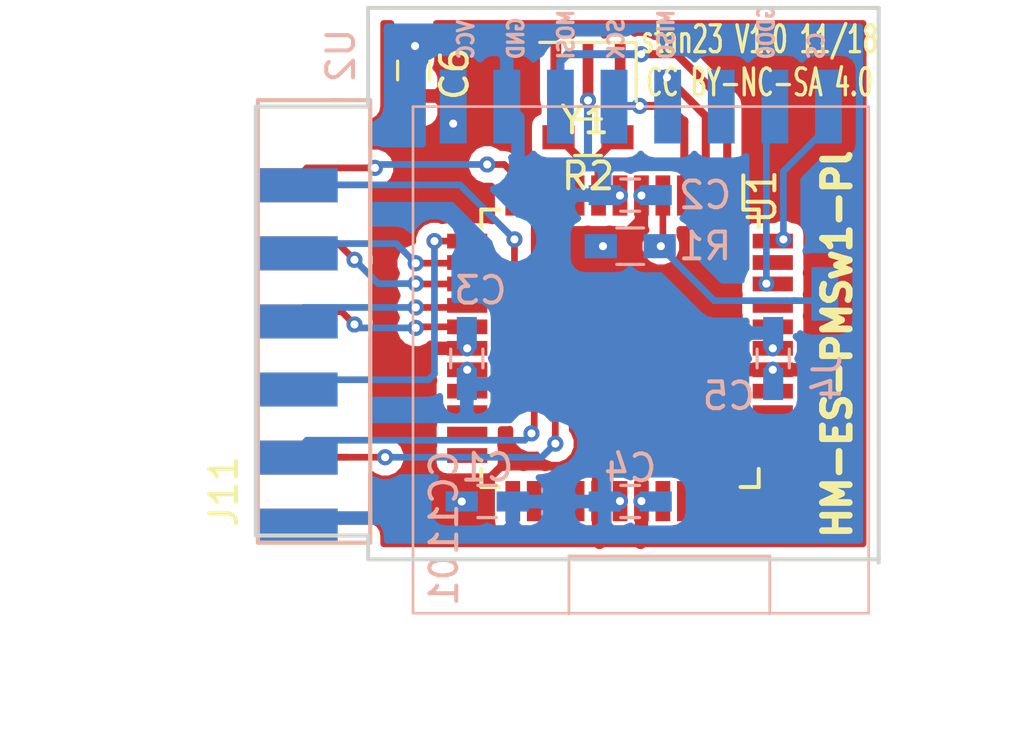
<source format=kicad_pcb>
(kicad_pcb (version 4) (host pcbnew 4.0.7)

  (general
    (links 43)
    (no_connects 0)
    (area 86.511081 90.39468 128.75408 119.921081)
    (thickness 1.6)
    (drawings 17)
    (tracks 208)
    (zones 0)
    (modules 13)
    (nets 39)
  )

  (page A4)
  (layers
    (0 F.Cu signal)
    (31 B.Cu signal)
    (32 B.Adhes user hide)
    (33 F.Adhes user hide)
    (34 B.Paste user hide)
    (35 F.Paste user hide)
    (36 B.SilkS user)
    (37 F.SilkS user)
    (38 B.Mask user)
    (39 F.Mask user)
    (40 Dwgs.User user)
    (41 Cmts.User user hide)
    (42 Eco1.User user hide)
    (43 Eco2.User user hide)
    (44 Edge.Cuts user)
    (45 Margin user hide)
    (46 B.CrtYd user hide)
    (47 F.CrtYd user hide)
    (48 B.Fab user hide)
    (49 F.Fab user hide)
  )

  (setup
    (last_trace_width 0.25)
    (user_trace_width 0.3)
    (user_trace_width 0.5)
    (trace_clearance 0.2)
    (zone_clearance 0.381)
    (zone_45_only no)
    (trace_min 0.25)
    (segment_width 0.2)
    (edge_width 0.15)
    (via_size 0.6)
    (via_drill 0.3)
    (via_min_size 0.4)
    (via_min_drill 0.3)
    (uvia_size 0.3)
    (uvia_drill 0.1)
    (uvias_allowed no)
    (uvia_min_size 0.2)
    (uvia_min_drill 0.1)
    (pcb_text_width 0.3)
    (pcb_text_size 1.5 1.5)
    (mod_edge_width 0.15)
    (mod_text_size 1 1)
    (mod_text_width 0.15)
    (pad_size 1 2)
    (pad_drill 0)
    (pad_to_mask_clearance 0.2)
    (aux_axis_origin 119.495 111.465)
    (grid_origin 0.00008 0.00008)
    (visible_elements 7FFEFF7F)
    (pcbplotparams
      (layerselection 0x010f0_80000001)
      (usegerberextensions true)
      (excludeedgelayer true)
      (linewidth 0.100000)
      (plotframeref false)
      (viasonmask false)
      (mode 1)
      (useauxorigin false)
      (hpglpennumber 1)
      (hpglpenspeed 20)
      (hpglpendiameter 15)
      (hpglpenoverlay 2)
      (psnegative false)
      (psa4output false)
      (plotreference true)
      (plotvalue false)
      (plotinvisibletext false)
      (padsonsilk false)
      (subtractmaskfromsilk false)
      (outputformat 1)
      (mirror false)
      (drillshape 0)
      (scaleselection 1)
      (outputdirectory Gerber11/))
  )

  (net 0 "")
  (net 1 GND)
  (net 2 VCC)
  (net 3 /MOSI)
  (net 4 /MISO)
  (net 5 /SCK)
  (net 6 /RESET)
  (net 7 /TX)
  (net 8 /RX)
  (net 9 /CS)
  (net 10 "Net-(U1-Pad19)")
  (net 11 "Net-(U1-Pad21)")
  (net 12 "Net-(U1-Pad22)")
  (net 13 "Net-(U1-Pad23)")
  (net 14 "Net-(U1-Pad24)")
  (net 15 "Net-(U1-Pad25)")
  (net 16 "Net-(U1-Pad26)")
  (net 17 "Net-(U1-Pad30)")
  (net 18 "Net-(U1-Pad31)")
  (net 19 "Net-(U1-Pad32)")
  (net 20 "Net-(U1-Pad33)")
  (net 21 "Net-(U1-Pad34)")
  (net 22 "Net-(U1-Pad35)")
  (net 23 "Net-(U1-Pad36)")
  (net 24 "Net-(U1-Pad37)")
  (net 25 "Net-(U1-Pad43)")
  (net 26 "Net-(U2-Pad6)")
  (net 27 /SEL)
  (net 28 /CF1)
  (net 29 /RELAY)
  (net 30 /BUTTON)
  (net 31 /LED_blue)
  (net 32 /LED_red)
  (net 33 /CF)
  (net 34 /GDO0)
  (net 35 "Net-(U1-Pad40)")
  (net 36 "Net-(U1-Pad41)")
  (net 37 "Net-(R2-Pad1)")
  (net 38 "Net-(R2-Pad2)")

  (net_class Default "Dies ist die voreingestellte Netzklasse."
    (clearance 0.2)
    (trace_width 0.25)
    (via_dia 0.6)
    (via_drill 0.3)
    (uvia_dia 0.3)
    (uvia_drill 0.1)
    (add_net "Net-(R2-Pad1)")
    (add_net "Net-(R2-Pad2)")
    (add_net "Net-(U1-Pad40)")
    (add_net "Net-(U1-Pad41)")
  )

  (net_class AllPCB ""
    (clearance 0.1524)
    (trace_width 0.25)
    (via_dia 0.6)
    (via_drill 0.3)
    (uvia_dia 0.3)
    (uvia_drill 0.1)
    (add_net /BUTTON)
    (add_net /CF)
    (add_net /CF1)
    (add_net /CS)
    (add_net /GDO0)
    (add_net /LED_blue)
    (add_net /LED_red)
    (add_net /MISO)
    (add_net /MOSI)
    (add_net /RELAY)
    (add_net /RESET)
    (add_net /RX)
    (add_net /SCK)
    (add_net /SEL)
    (add_net /TX)
    (add_net GND)
    (add_net "Net-(U1-Pad19)")
    (add_net "Net-(U1-Pad21)")
    (add_net "Net-(U1-Pad22)")
    (add_net "Net-(U1-Pad23)")
    (add_net "Net-(U1-Pad24)")
    (add_net "Net-(U1-Pad25)")
    (add_net "Net-(U1-Pad26)")
    (add_net "Net-(U1-Pad30)")
    (add_net "Net-(U1-Pad31)")
    (add_net "Net-(U1-Pad32)")
    (add_net "Net-(U1-Pad33)")
    (add_net "Net-(U1-Pad34)")
    (add_net "Net-(U1-Pad35)")
    (add_net "Net-(U1-Pad36)")
    (add_net "Net-(U1-Pad37)")
    (add_net "Net-(U1-Pad43)")
    (add_net "Net-(U2-Pad6)")
    (add_net VCC)
  )

  (module Capacitors_SMD:C_0603_HandSoldering (layer B.Cu) (tedit 5BCA3A17) (tstamp 5AD6F500)
    (at 104.90208 109.34708)
    (descr "Capacitor SMD 0603, hand soldering")
    (tags "capacitor 0603")
    (path /5B6E837A)
    (attr smd)
    (fp_text reference C1 (at 0 -1.27) (layer B.SilkS)
      (effects (font (size 1 1) (thickness 0.15)) (justify mirror))
    )
    (fp_text value 10u (at 0 -1.5) (layer B.Fab) hide
      (effects (font (size 1 1) (thickness 0.15)) (justify mirror))
    )
    (fp_text user %R (at 0 1.25) (layer B.Fab)
      (effects (font (size 1 1) (thickness 0.15)) (justify mirror))
    )
    (fp_line (start -0.8 -0.4) (end -0.8 0.4) (layer B.Fab) (width 0.1))
    (fp_line (start 0.8 -0.4) (end -0.8 -0.4) (layer B.Fab) (width 0.1))
    (fp_line (start 0.8 0.4) (end 0.8 -0.4) (layer B.Fab) (width 0.1))
    (fp_line (start -0.8 0.4) (end 0.8 0.4) (layer B.Fab) (width 0.1))
    (fp_line (start -0.35 0.6) (end 0.35 0.6) (layer B.SilkS) (width 0.12))
    (fp_line (start 0.35 -0.6) (end -0.35 -0.6) (layer B.SilkS) (width 0.12))
    (fp_line (start -1.8 0.65) (end 1.8 0.65) (layer B.CrtYd) (width 0.05))
    (fp_line (start -1.8 0.65) (end -1.8 -0.65) (layer B.CrtYd) (width 0.05))
    (fp_line (start 1.8 -0.65) (end 1.8 0.65) (layer B.CrtYd) (width 0.05))
    (fp_line (start 1.8 -0.65) (end -1.8 -0.65) (layer B.CrtYd) (width 0.05))
    (pad 1 smd rect (at -0.95 0) (size 1.2 0.75) (layers B.Cu B.Paste B.Mask)
      (net 2 VCC))
    (pad 2 smd rect (at 0.95 0) (size 1.2 0.75) (layers B.Cu B.Paste B.Mask)
      (net 1 GND))
    (model Capacitors_SMD.3dshapes/C_0603.wrl
      (at (xyz 0 0 0))
      (scale (xyz 1 1 1))
      (rotate (xyz 0 0 0))
    )
  )

  (module Capacitors_SMD:C_0603_HandSoldering (layer B.Cu) (tedit 5BCA38E5) (tstamp 5AD6F511)
    (at 110.23608 97.91708 180)
    (descr "Capacitor SMD 0603, hand soldering")
    (tags "capacitor 0603")
    (path /5AD32FF2)
    (attr smd)
    (fp_text reference C2 (at -2.794 0 180) (layer B.SilkS)
      (effects (font (size 1 1) (thickness 0.15)) (justify mirror))
    )
    (fp_text value 100n (at 0 -1.5 180) (layer B.Fab) hide
      (effects (font (size 1 1) (thickness 0.15)) (justify mirror))
    )
    (fp_text user %R (at 0 1.249999 180) (layer B.Fab)
      (effects (font (size 1 1) (thickness 0.15)) (justify mirror))
    )
    (fp_line (start -0.8 -0.4) (end -0.8 0.4) (layer B.Fab) (width 0.1))
    (fp_line (start 0.8 -0.4) (end -0.8 -0.4) (layer B.Fab) (width 0.1))
    (fp_line (start 0.8 0.4) (end 0.8 -0.4) (layer B.Fab) (width 0.1))
    (fp_line (start -0.8 0.4) (end 0.8 0.4) (layer B.Fab) (width 0.1))
    (fp_line (start -0.35 0.6) (end 0.35 0.6) (layer B.SilkS) (width 0.12))
    (fp_line (start 0.35 -0.6) (end -0.35 -0.6) (layer B.SilkS) (width 0.12))
    (fp_line (start -1.8 0.65) (end 1.8 0.65) (layer B.CrtYd) (width 0.05))
    (fp_line (start -1.8 0.65) (end -1.8 -0.65) (layer B.CrtYd) (width 0.05))
    (fp_line (start 1.8 -0.65) (end 1.8 0.65) (layer B.CrtYd) (width 0.05))
    (fp_line (start 1.8 -0.65) (end -1.8 -0.65) (layer B.CrtYd) (width 0.05))
    (pad 1 smd rect (at -0.95 0 180) (size 1.2 0.75) (layers B.Cu B.Paste B.Mask)
      (net 2 VCC))
    (pad 2 smd rect (at 0.95 0 180) (size 1.2 0.75) (layers B.Cu B.Paste B.Mask)
      (net 1 GND))
    (model Capacitors_SMD.3dshapes/C_0603.wrl
      (at (xyz 0 0 0))
      (scale (xyz 1 1 1))
      (rotate (xyz 0 0 0))
    )
  )

  (module Capacitors_SMD:C_0603_HandSoldering (layer B.Cu) (tedit 5BCA38F1) (tstamp 5AD6F522)
    (at 104.14008 104.01308 270)
    (descr "Capacitor SMD 0603, hand soldering")
    (tags "capacitor 0603")
    (path /5AD32EA5)
    (attr smd)
    (fp_text reference C3 (at -2.54 -0.508 360) (layer B.SilkS)
      (effects (font (size 1 1) (thickness 0.15)) (justify mirror))
    )
    (fp_text value 100n (at 0 -1.5 270) (layer B.Fab) hide
      (effects (font (size 1 1) (thickness 0.15)) (justify mirror))
    )
    (fp_text user %R (at 0 1.249999 270) (layer B.Fab)
      (effects (font (size 1 1) (thickness 0.15)) (justify mirror))
    )
    (fp_line (start -0.8 -0.4) (end -0.8 0.4) (layer B.Fab) (width 0.1))
    (fp_line (start 0.8 -0.4) (end -0.8 -0.4) (layer B.Fab) (width 0.1))
    (fp_line (start 0.8 0.4) (end 0.8 -0.4) (layer B.Fab) (width 0.1))
    (fp_line (start -0.8 0.4) (end 0.8 0.4) (layer B.Fab) (width 0.1))
    (fp_line (start -0.35 0.6) (end 0.35 0.6) (layer B.SilkS) (width 0.12))
    (fp_line (start 0.35 -0.6) (end -0.35 -0.6) (layer B.SilkS) (width 0.12))
    (fp_line (start -1.8 0.65) (end 1.8 0.65) (layer B.CrtYd) (width 0.05))
    (fp_line (start -1.8 0.65) (end -1.8 -0.65) (layer B.CrtYd) (width 0.05))
    (fp_line (start 1.8 -0.65) (end 1.8 0.65) (layer B.CrtYd) (width 0.05))
    (fp_line (start 1.8 -0.65) (end -1.8 -0.65) (layer B.CrtYd) (width 0.05))
    (pad 1 smd rect (at -0.95 0 270) (size 1.2 0.75) (layers B.Cu B.Paste B.Mask)
      (net 2 VCC))
    (pad 2 smd rect (at 0.95 0 270) (size 1.2 0.75) (layers B.Cu B.Paste B.Mask)
      (net 1 GND))
    (model Capacitors_SMD.3dshapes/C_0603.wrl
      (at (xyz 0 0 0))
      (scale (xyz 1 1 1))
      (rotate (xyz 0 0 0))
    )
  )

  (module Resistors_SMD:R_0603_HandSoldering (layer B.Cu) (tedit 5BCA38E2) (tstamp 5B3147BD)
    (at 110.23608 99.82208)
    (descr "Resistor SMD 0603, hand soldering")
    (tags "resistor 0603")
    (path /5AD3185F)
    (attr smd)
    (fp_text reference R1 (at 2.794 0) (layer B.SilkS)
      (effects (font (size 1 1) (thickness 0.15)) (justify mirror))
    )
    (fp_text value 10k (at 0 -1.55) (layer B.Fab)
      (effects (font (size 1 1) (thickness 0.15)) (justify mirror))
    )
    (fp_text user %R (at 0 0) (layer B.Fab)
      (effects (font (size 0.4 0.4) (thickness 0.075)) (justify mirror))
    )
    (fp_line (start -0.8 -0.4) (end -0.8 0.4) (layer B.Fab) (width 0.1))
    (fp_line (start 0.8 -0.4) (end -0.8 -0.4) (layer B.Fab) (width 0.1))
    (fp_line (start 0.8 0.4) (end 0.8 -0.4) (layer B.Fab) (width 0.1))
    (fp_line (start -0.8 0.4) (end 0.8 0.4) (layer B.Fab) (width 0.1))
    (fp_line (start 0.5 -0.68) (end -0.5 -0.68) (layer B.SilkS) (width 0.12))
    (fp_line (start -0.5 0.68) (end 0.5 0.68) (layer B.SilkS) (width 0.12))
    (fp_line (start -1.96 0.7) (end 1.95 0.7) (layer B.CrtYd) (width 0.05))
    (fp_line (start -1.96 0.7) (end -1.96 -0.7) (layer B.CrtYd) (width 0.05))
    (fp_line (start 1.95 -0.7) (end 1.95 0.7) (layer B.CrtYd) (width 0.05))
    (fp_line (start 1.95 -0.7) (end -1.96 -0.7) (layer B.CrtYd) (width 0.05))
    (pad 1 smd rect (at -1.1 0) (size 1.2 0.9) (layers B.Cu B.Paste B.Mask)
      (net 2 VCC))
    (pad 2 smd rect (at 1.1 0) (size 1.2 0.9) (layers B.Cu B.Paste B.Mask)
      (net 6 /RESET))
    (model ${KISYS3DMOD}/Resistors_SMD.3dshapes/R_0603.wrl
      (at (xyz 0 0 0))
      (scale (xyz 1 1 1))
      (rotate (xyz 0 0 0))
    )
  )

  (module Capacitors_SMD:C_0603_HandSoldering (layer F.Cu) (tedit 5BCA38A4) (tstamp 5B6E843B)
    (at 102.15888 93.26888 90)
    (descr "Capacitor SMD 0603, hand soldering")
    (tags "capacitor 0603")
    (path /5AD31EC8)
    (attr smd)
    (fp_text reference C6 (at -0.127 1.524 270) (layer F.SilkS)
      (effects (font (size 1 1) (thickness 0.15)))
    )
    (fp_text value 100n (at 0 1.5 90) (layer F.Fab)
      (effects (font (size 1 1) (thickness 0.15)))
    )
    (fp_text user %R (at 0 -1.25 90) (layer F.Fab)
      (effects (font (size 1 1) (thickness 0.15)))
    )
    (fp_line (start -0.8 0.4) (end -0.8 -0.4) (layer F.Fab) (width 0.1))
    (fp_line (start 0.8 0.4) (end -0.8 0.4) (layer F.Fab) (width 0.1))
    (fp_line (start 0.8 -0.4) (end 0.8 0.4) (layer F.Fab) (width 0.1))
    (fp_line (start -0.8 -0.4) (end 0.8 -0.4) (layer F.Fab) (width 0.1))
    (fp_line (start -0.35 -0.6) (end 0.35 -0.6) (layer F.SilkS) (width 0.12))
    (fp_line (start 0.35 0.6) (end -0.35 0.6) (layer F.SilkS) (width 0.12))
    (fp_line (start -1.8 -0.65) (end 1.8 -0.65) (layer F.CrtYd) (width 0.05))
    (fp_line (start -1.8 -0.65) (end -1.8 0.65) (layer F.CrtYd) (width 0.05))
    (fp_line (start 1.8 0.65) (end 1.8 -0.65) (layer F.CrtYd) (width 0.05))
    (fp_line (start 1.8 0.65) (end -1.8 0.65) (layer F.CrtYd) (width 0.05))
    (pad 1 smd rect (at -0.95 0 90) (size 1.2 0.75) (layers F.Cu F.Paste F.Mask)
      (net 2 VCC))
    (pad 2 smd rect (at 0.95 0 90) (size 1.2 0.75) (layers F.Cu F.Paste F.Mask)
      (net 1 GND))
    (model Capacitors_SMD.3dshapes/C_0603.wrl
      (at (xyz 0 0 0))
      (scale (xyz 1 1 1))
      (rotate (xyz 0 0 0))
    )
  )

  (module Capacitors_SMD:C_0603_HandSoldering (layer B.Cu) (tedit 58AA848B) (tstamp 5BBF4245)
    (at 110.23608 109.34708 180)
    (descr "Capacitor SMD 0603, hand soldering")
    (tags "capacitor 0603")
    (path /5BBE6529)
    (attr smd)
    (fp_text reference C4 (at 0 1.25 180) (layer B.SilkS)
      (effects (font (size 1 1) (thickness 0.15)) (justify mirror))
    )
    (fp_text value 100n (at 0 -1.5 180) (layer B.Fab)
      (effects (font (size 1 1) (thickness 0.15)) (justify mirror))
    )
    (fp_text user %R (at 0 1.25 180) (layer B.Fab)
      (effects (font (size 1 1) (thickness 0.15)) (justify mirror))
    )
    (fp_line (start -0.8 -0.4) (end -0.8 0.4) (layer B.Fab) (width 0.1))
    (fp_line (start 0.8 -0.4) (end -0.8 -0.4) (layer B.Fab) (width 0.1))
    (fp_line (start 0.8 0.4) (end 0.8 -0.4) (layer B.Fab) (width 0.1))
    (fp_line (start -0.8 0.4) (end 0.8 0.4) (layer B.Fab) (width 0.1))
    (fp_line (start -0.35 0.6) (end 0.35 0.6) (layer B.SilkS) (width 0.12))
    (fp_line (start 0.35 -0.6) (end -0.35 -0.6) (layer B.SilkS) (width 0.12))
    (fp_line (start -1.8 0.65) (end 1.8 0.65) (layer B.CrtYd) (width 0.05))
    (fp_line (start -1.8 0.65) (end -1.8 -0.65) (layer B.CrtYd) (width 0.05))
    (fp_line (start 1.8 -0.65) (end 1.8 0.65) (layer B.CrtYd) (width 0.05))
    (fp_line (start 1.8 -0.65) (end -1.8 -0.65) (layer B.CrtYd) (width 0.05))
    (pad 1 smd rect (at -0.95 0 180) (size 1.2 0.75) (layers B.Cu B.Paste B.Mask)
      (net 2 VCC))
    (pad 2 smd rect (at 0.95 0 180) (size 1.2 0.75) (layers B.Cu B.Paste B.Mask)
      (net 1 GND))
    (model Capacitors_SMD.3dshapes/C_0603.wrl
      (at (xyz 0 0 0))
      (scale (xyz 1 1 1))
      (rotate (xyz 0 0 0))
    )
  )

  (module Capacitors_SMD:C_0603_HandSoldering (layer B.Cu) (tedit 5BCA38DD) (tstamp 5BBF424B)
    (at 115.57008 104.01308 90)
    (descr "Capacitor SMD 0603, hand soldering")
    (tags "capacitor 0603")
    (path /5BBE657A)
    (attr smd)
    (fp_text reference C5 (at -1.397 -1.651 180) (layer B.SilkS)
      (effects (font (size 1 1) (thickness 0.15)) (justify mirror))
    )
    (fp_text value 100n (at 0 -1.5 90) (layer B.Fab)
      (effects (font (size 1 1) (thickness 0.15)) (justify mirror))
    )
    (fp_text user %R (at 0 1.249999 90) (layer B.Fab)
      (effects (font (size 1 1) (thickness 0.15)) (justify mirror))
    )
    (fp_line (start -0.8 -0.4) (end -0.8 0.4) (layer B.Fab) (width 0.1))
    (fp_line (start 0.8 -0.4) (end -0.8 -0.4) (layer B.Fab) (width 0.1))
    (fp_line (start 0.8 0.4) (end 0.8 -0.4) (layer B.Fab) (width 0.1))
    (fp_line (start -0.8 0.4) (end 0.8 0.4) (layer B.Fab) (width 0.1))
    (fp_line (start -0.35 0.6) (end 0.35 0.6) (layer B.SilkS) (width 0.12))
    (fp_line (start 0.35 -0.6) (end -0.35 -0.6) (layer B.SilkS) (width 0.12))
    (fp_line (start -1.8 0.65) (end 1.8 0.65) (layer B.CrtYd) (width 0.05))
    (fp_line (start -1.8 0.65) (end -1.8 -0.65) (layer B.CrtYd) (width 0.05))
    (fp_line (start 1.8 -0.65) (end 1.8 0.65) (layer B.CrtYd) (width 0.05))
    (fp_line (start 1.8 -0.65) (end -1.8 -0.65) (layer B.CrtYd) (width 0.05))
    (pad 1 smd rect (at -0.95 0 90) (size 1.2 0.75) (layers B.Cu B.Paste B.Mask)
      (net 2 VCC))
    (pad 2 smd rect (at 0.95 0 90) (size 1.2 0.75) (layers B.Cu B.Paste B.Mask)
      (net 1 GND))
    (model Capacitors_SMD.3dshapes/C_0603.wrl
      (at (xyz 0 0 0))
      (scale (xyz 1 1 1))
      (rotate (xyz 0 0 0))
    )
  )

  (module Housings_QFP:TQFP-44_10x10mm_Pitch0.8mm (layer F.Cu) (tedit 5BBF5587) (tstamp 5BBF425E)
    (at 109.85508 103.63208 270)
    (descr "44-Lead Plastic Thin Quad Flatpack (PT) - 10x10x1.0 mm Body [TQFP] (see Microchip Packaging Specification 00000049BS.pdf)")
    (tags "QFP 0.8")
    (path /5BBE1ACE)
    (attr smd)
    (fp_text reference U1 (at -5.656854 -5.303301 270) (layer F.SilkS)
      (effects (font (size 1 1) (thickness 0.15)))
    )
    (fp_text value ATMEGA644PA-AU (at 0 7.45 270) (layer F.Fab)
      (effects (font (size 1 1) (thickness 0.15)))
    )
    (fp_text user %R (at 0 0 270) (layer F.Fab)
      (effects (font (size 1 1) (thickness 0.15)))
    )
    (fp_line (start -4 -5) (end 5 -5) (layer F.Fab) (width 0.15))
    (fp_line (start 5 -5) (end 5 5) (layer F.Fab) (width 0.15))
    (fp_line (start 5 5) (end -5 5) (layer F.Fab) (width 0.15))
    (fp_line (start -5 5) (end -5 -4) (layer F.Fab) (width 0.15))
    (fp_line (start -5 -4) (end -4 -5) (layer F.Fab) (width 0.15))
    (fp_line (start -6.7 -6.7) (end -6.7 6.7) (layer F.CrtYd) (width 0.05))
    (fp_line (start 6.7 -6.7) (end 6.7 6.7) (layer F.CrtYd) (width 0.05))
    (fp_line (start -6.7 -6.7) (end 6.7 -6.7) (layer F.CrtYd) (width 0.05))
    (fp_line (start -6.7 6.7) (end 6.7 6.7) (layer F.CrtYd) (width 0.05))
    (fp_line (start -5.175 -5.175) (end -5.175 -4.6) (layer F.SilkS) (width 0.15))
    (fp_line (start 5.175 -5.175) (end 5.175 -4.5) (layer F.SilkS) (width 0.15))
    (fp_line (start 5.175 5.175) (end 5.175 4.5) (layer F.SilkS) (width 0.15))
    (fp_line (start -5.175 5.175) (end -5.175 4.5) (layer F.SilkS) (width 0.15))
    (fp_line (start -5.175 -5.175) (end -4.5 -5.175) (layer F.SilkS) (width 0.15))
    (fp_line (start -5.175 5.175) (end -4.5 5.175) (layer F.SilkS) (width 0.15))
    (fp_line (start 5.175 5.175) (end 4.5 5.175) (layer F.SilkS) (width 0.15))
    (fp_line (start 5.175 -5.175) (end 4.5 -5.175) (layer F.SilkS) (width 0.15))
    (fp_line (start -5.175 -4.6) (end -6.45 -4.6) (layer F.SilkS) (width 0.15))
    (pad 1 smd rect (at -5.7 -4 270) (size 1.5 0.55) (layers F.Cu F.Paste F.Mask)
      (net 3 /MOSI))
    (pad 2 smd rect (at -5.7 -3.2 270) (size 1.5 0.55) (layers F.Cu F.Paste F.Mask)
      (net 4 /MISO))
    (pad 3 smd rect (at -5.7 -2.4 270) (size 1.5 0.55) (layers F.Cu F.Paste F.Mask)
      (net 5 /SCK))
    (pad 4 smd rect (at -5.7 -1.6 270) (size 1.5 0.55) (layers F.Cu F.Paste F.Mask)
      (net 6 /RESET))
    (pad 5 smd rect (at -5.7 -0.8 270) (size 1.5 0.55) (layers F.Cu F.Paste F.Mask)
      (net 2 VCC))
    (pad 6 smd rect (at -5.7 0 270) (size 1.5 0.55) (layers F.Cu F.Paste F.Mask)
      (net 1 GND))
    (pad 7 smd rect (at -5.7 0.8 270) (size 1.5 0.55) (layers F.Cu F.Paste F.Mask)
      (net 37 "Net-(R2-Pad1)"))
    (pad 8 smd rect (at -5.7 1.6 270) (size 1.5 0.55) (layers F.Cu F.Paste F.Mask)
      (net 38 "Net-(R2-Pad2)"))
    (pad 9 smd rect (at -5.7 2.4 270) (size 1.5 0.55) (layers F.Cu F.Paste F.Mask)
      (net 8 /RX))
    (pad 10 smd rect (at -5.7 3.2 270) (size 1.5 0.55) (layers F.Cu F.Paste F.Mask)
      (net 7 /TX))
    (pad 11 smd rect (at -5.7 4 270) (size 1.5 0.55) (layers F.Cu F.Paste F.Mask)
      (net 28 /CF1))
    (pad 12 smd rect (at -4 5.7) (size 1.5 0.55) (layers F.Cu F.Paste F.Mask)
      (net 33 /CF))
    (pad 13 smd rect (at -3.2 5.7) (size 1.5 0.55) (layers F.Cu F.Paste F.Mask)
      (net 29 /RELAY))
    (pad 14 smd rect (at -2.4 5.7) (size 1.5 0.55) (layers F.Cu F.Paste F.Mask)
      (net 30 /BUTTON))
    (pad 15 smd rect (at -1.6 5.7) (size 1.5 0.55) (layers F.Cu F.Paste F.Mask)
      (net 31 /LED_blue))
    (pad 16 smd rect (at -0.8 5.7) (size 1.5 0.55) (layers F.Cu F.Paste F.Mask)
      (net 32 /LED_red))
    (pad 17 smd rect (at 0 5.7) (size 1.5 0.55) (layers F.Cu F.Paste F.Mask)
      (net 2 VCC))
    (pad 18 smd rect (at 0.8 5.7) (size 1.5 0.55) (layers F.Cu F.Paste F.Mask)
      (net 1 GND))
    (pad 19 smd rect (at 1.6 5.7) (size 1.5 0.55) (layers F.Cu F.Paste F.Mask)
      (net 10 "Net-(U1-Pad19)"))
    (pad 20 smd rect (at 2.4 5.7) (size 1.5 0.55) (layers F.Cu F.Paste F.Mask)
      (net 27 /SEL))
    (pad 21 smd rect (at 3.2 5.7) (size 1.5 0.55) (layers F.Cu F.Paste F.Mask)
      (net 11 "Net-(U1-Pad21)"))
    (pad 22 smd rect (at 4 5.7) (size 1.5 0.55) (layers F.Cu F.Paste F.Mask)
      (net 12 "Net-(U1-Pad22)"))
    (pad 23 smd rect (at 5.7 4 270) (size 1.5 0.55) (layers F.Cu F.Paste F.Mask)
      (net 13 "Net-(U1-Pad23)"))
    (pad 24 smd rect (at 5.7 3.2 270) (size 1.5 0.55) (layers F.Cu F.Paste F.Mask)
      (net 14 "Net-(U1-Pad24)"))
    (pad 25 smd rect (at 5.7 2.4 270) (size 1.5 0.55) (layers F.Cu F.Paste F.Mask)
      (net 15 "Net-(U1-Pad25)"))
    (pad 26 smd rect (at 5.7 1.6 270) (size 1.5 0.55) (layers F.Cu F.Paste F.Mask)
      (net 16 "Net-(U1-Pad26)"))
    (pad 27 smd rect (at 5.7 0.8 270) (size 1.5 0.55) (layers F.Cu F.Paste F.Mask)
      (net 2 VCC))
    (pad 28 smd rect (at 5.7 0 270) (size 1.5 0.55) (layers F.Cu F.Paste F.Mask)
      (net 1 GND))
    (pad 29 smd rect (at 5.7 -0.8 270) (size 1.5 0.55) (layers F.Cu F.Paste F.Mask)
      (net 2 VCC))
    (pad 30 smd rect (at 5.7 -1.6 270) (size 1.5 0.55) (layers F.Cu F.Paste F.Mask)
      (net 17 "Net-(U1-Pad30)"))
    (pad 31 smd rect (at 5.7 -2.4 270) (size 1.5 0.55) (layers F.Cu F.Paste F.Mask)
      (net 18 "Net-(U1-Pad31)"))
    (pad 32 smd rect (at 5.7 -3.2 270) (size 1.5 0.55) (layers F.Cu F.Paste F.Mask)
      (net 19 "Net-(U1-Pad32)"))
    (pad 33 smd rect (at 5.7 -4 270) (size 1.5 0.55) (layers F.Cu F.Paste F.Mask)
      (net 20 "Net-(U1-Pad33)"))
    (pad 34 smd rect (at 4 -5.7) (size 1.5 0.55) (layers F.Cu F.Paste F.Mask)
      (net 21 "Net-(U1-Pad34)"))
    (pad 35 smd rect (at 3.2 -5.7) (size 1.5 0.55) (layers F.Cu F.Paste F.Mask)
      (net 22 "Net-(U1-Pad35)"))
    (pad 36 smd rect (at 2.4 -5.7) (size 1.5 0.55) (layers F.Cu F.Paste F.Mask)
      (net 23 "Net-(U1-Pad36)"))
    (pad 37 smd rect (at 1.6 -5.7) (size 1.5 0.55) (layers F.Cu F.Paste F.Mask)
      (net 24 "Net-(U1-Pad37)"))
    (pad 38 smd rect (at 0.8 -5.7) (size 1.5 0.55) (layers F.Cu F.Paste F.Mask)
      (net 2 VCC))
    (pad 39 smd rect (at 0 -5.7) (size 1.5 0.55) (layers F.Cu F.Paste F.Mask)
      (net 1 GND))
    (pad 40 smd rect (at -0.8 -5.7) (size 1.5 0.55) (layers F.Cu F.Paste F.Mask)
      (net 35 "Net-(U1-Pad40)"))
    (pad 41 smd rect (at -1.6 -5.7) (size 1.5 0.55) (layers F.Cu F.Paste F.Mask)
      (net 36 "Net-(U1-Pad41)"))
    (pad 42 smd rect (at -2.4 -5.7) (size 1.5 0.55) (layers F.Cu F.Paste F.Mask)
      (net 34 /GDO0))
    (pad 43 smd rect (at -3.2 -5.7) (size 1.5 0.55) (layers F.Cu F.Paste F.Mask)
      (net 25 "Net-(U1-Pad43)"))
    (pad 44 smd rect (at -4 -5.7) (size 1.5 0.55) (layers F.Cu F.Paste F.Mask)
      (net 9 /CS))
    (model ${KISYS3DMOD}/Housings_QFP.3dshapes/TQFP-44_10x10mm_Pitch0.8mm.wrl
      (at (xyz 0 0 0))
      (scale (xyz 1 1 1))
      (rotate (xyz 0 0 0))
    )
  )

  (module CC1101_Module:CC1101_SMD (layer B.Cu) (tedit 5BCA38C4) (tstamp 5BCA0F89)
    (at 103.63208 94.61508 270)
    (descr "surface-mounted straight socket strip, 2x08, 2.00mm pitch, double rows")
    (tags "Surface mounted socket strip SMD 2x08 2.00mm double row")
    (path /5AD31B90)
    (attr smd)
    (fp_text reference U2 (at -1.905 4.191 270) (layer B.SilkS)
      (effects (font (size 1 1) (thickness 0.15)) (justify mirror))
    )
    (fp_text value CC1101 (at 15.725 0.342 270) (layer B.SilkS)
      (effects (font (size 1 1) (thickness 0.15)) (justify mirror))
    )
    (fp_line (start 18.923 -4.318) (end 16.764 -4.318) (layer B.SilkS) (width 0.1016))
    (fp_line (start 16.764 -4.318) (end 16.764 -11.811) (layer B.SilkS) (width 0.1016))
    (fp_line (start 16.764 -11.811) (end 18.923 -11.811) (layer B.SilkS) (width 0.1016))
    (fp_line (start 0 1.5) (end 0 -15.5) (layer B.SilkS) (width 0.09906))
    (fp_line (start 0 -15.5) (end 18.9 -15.5) (layer B.SilkS) (width 0.09906))
    (fp_line (start 18.9 -15.5) (end 18.9 1.5) (layer B.SilkS) (width 0.09906))
    (fp_line (start 0 1.5) (end 18.9 1.5) (layer B.SilkS) (width 0.09906))
    (fp_text user %R (at 0.9 2.4 270) (layer B.Fab)
      (effects (font (size 1 1) (thickness 0.15)) (justify mirror))
    )
    (pad 1 smd rect (at 0 0 270) (size 2.75 1) (layers B.Cu B.Paste B.Mask)
      (net 2 VCC))
    (pad 2 smd rect (at 0 -2 270) (size 2.75 1) (layers B.Cu B.Paste B.Mask)
      (net 1 GND))
    (pad 3 smd rect (at 0 -4 270) (size 2.75 1) (layers B.Cu B.Paste B.Mask)
      (net 3 /MOSI))
    (pad 4 smd rect (at 0 -6 270) (size 2.75 1) (layers B.Cu B.Paste B.Mask)
      (net 5 /SCK))
    (pad 5 smd rect (at 0 -8 270) (size 2.75 1) (layers B.Cu B.Paste B.Mask)
      (net 4 /MISO))
    (pad 6 smd rect (at 0 -10 270) (size 2.75 1) (layers B.Cu B.Paste B.Mask)
      (net 26 "Net-(U2-Pad6)"))
    (pad 7 smd rect (at 0 -12 270) (size 2.75 1) (layers B.Cu B.Paste B.Mask)
      (net 34 /GDO0))
    (pad 8 smd rect (at 0 -14 270) (size 2.75 1) (layers B.Cu B.Paste B.Mask)
      (net 9 /CS))
    (model ${KISYS3DMOD}/Socket_Strips.3dshapes/Socket_Strip_Straight_2x08_Pitch2.00mm_SMD.wrl
      (at (xyz 0 0 0))
      (scale (xyz 1 1 1))
      (rotate (xyz 0 0 0))
    )
  )

  (module Resistors_SMD:R_0603_HandSoldering (layer F.Cu) (tedit 58E0A804) (tstamp 5BDF408A)
    (at 108.66128 95.75808 180)
    (descr "Resistor SMD 0603, hand soldering")
    (tags "resistor 0603")
    (path /5BDC3B63)
    (attr smd)
    (fp_text reference R2 (at 0 -1.45 180) (layer F.SilkS)
      (effects (font (size 1 1) (thickness 0.15)))
    )
    (fp_text value 1M (at 0 1.55 180) (layer F.Fab)
      (effects (font (size 1 1) (thickness 0.15)))
    )
    (fp_text user %R (at 0 0 180) (layer F.Fab)
      (effects (font (size 0.4 0.4) (thickness 0.075)))
    )
    (fp_line (start -0.8 0.4) (end -0.8 -0.4) (layer F.Fab) (width 0.1))
    (fp_line (start 0.8 0.4) (end -0.8 0.4) (layer F.Fab) (width 0.1))
    (fp_line (start 0.8 -0.4) (end 0.8 0.4) (layer F.Fab) (width 0.1))
    (fp_line (start -0.8 -0.4) (end 0.8 -0.4) (layer F.Fab) (width 0.1))
    (fp_line (start 0.5 0.68) (end -0.5 0.68) (layer F.SilkS) (width 0.12))
    (fp_line (start -0.5 -0.68) (end 0.5 -0.68) (layer F.SilkS) (width 0.12))
    (fp_line (start -1.96 -0.7) (end 1.95 -0.7) (layer F.CrtYd) (width 0.05))
    (fp_line (start -1.96 -0.7) (end -1.96 0.7) (layer F.CrtYd) (width 0.05))
    (fp_line (start 1.95 0.7) (end 1.95 -0.7) (layer F.CrtYd) (width 0.05))
    (fp_line (start 1.95 0.7) (end -1.96 0.7) (layer F.CrtYd) (width 0.05))
    (pad 1 smd rect (at -1.1 0 180) (size 1.2 0.9) (layers F.Cu F.Paste F.Mask)
      (net 37 "Net-(R2-Pad1)"))
    (pad 2 smd rect (at 1.1 0 180) (size 1.2 0.9) (layers F.Cu F.Paste F.Mask)
      (net 38 "Net-(R2-Pad2)"))
    (model ${KISYS3DMOD}/Resistors_SMD.3dshapes/R_0603.wrl
      (at (xyz 0 0 0))
      (scale (xyz 1 1 1))
      (rotate (xyz 0 0 0))
    )
  )

  (module Resonators:Resonator_SMD_muRata_TPSKA-3pin_7.9x3.8mm_HandSoldering (layer F.Cu) (tedit 5BDF3D95) (tstamp 5BDF4091)
    (at 108.66128 93.31968 180)
    (descr "SMD Resomator/Filter Murata TPSKA, http://cdn-reichelt.de/documents/datenblatt/B400/SFECV-107.pdf, hand-soldering, 7.9x3.8mm^2 package")
    (tags "SMD SMT ceramic resonator filter filter hand-soldering")
    (path /5BDC373F)
    (attr smd)
    (fp_text reference Y1 (at 0.12 -1.8 180) (layer F.SilkS)
      (effects (font (size 1 1) (thickness 0.15)))
    )
    (fp_text value Resonator (at 0.01 1.95 180) (layer F.Fab)
      (effects (font (size 1 1) (thickness 0.15)))
    )
    (fp_text user %R (at 0.71 0 180) (layer F.Fab)
      (effects (font (size 0.7 0.7) (thickness 0.15)))
    )
    (fp_line (start -1.6 -0.6) (end -1.6 0.6) (layer F.Fab) (width 0.1))
    (fp_line (start -1.6 0.6) (end 1.6 0.6) (layer F.Fab) (width 0.1))
    (fp_line (start 1.6 0.6) (end 1.6 -0.6) (layer F.Fab) (width 0.1))
    (fp_line (start 1.6 -0.6) (end -1.6 -0.6) (layer F.Fab) (width 0.1))
    (fp_line (start -1.6 0) (end -1 0.6) (layer F.Fab) (width 0.1))
    (fp_line (start -1.8 -1.1) (end -1.8 1.1) (layer F.SilkS) (width 0.12))
    (fp_line (start -1.8 1.1) (end 1.8 1.1) (layer F.SilkS) (width 0.12))
    (fp_line (start -1.9 -1.2) (end -1.9 1.2) (layer F.CrtYd) (width 0.05))
    (fp_line (start -1.9 1.2) (end 1.9 1.2) (layer F.CrtYd) (width 0.05))
    (fp_line (start 1.9 1.2) (end 1.9 -1.2) (layer F.CrtYd) (width 0.05))
    (fp_line (start 1.9 -1.2) (end -1.9 -1.2) (layer F.CrtYd) (width 0.05))
    (pad 1 smd rect (at -1.2 0 180) (size 0.4 2.1) (layers F.Cu F.Paste F.Mask)
      (net 37 "Net-(R2-Pad1)"))
    (pad 2 smd rect (at 0 0 180) (size 0.4 2.1) (layers F.Cu F.Paste F.Mask)
      (net 1 GND))
    (pad 3 smd rect (at 1.2 0 180) (size 0.4 2.1) (layers F.Cu F.Paste F.Mask)
      (net 38 "Net-(R2-Pad2)"))
    (model ${KISYS3DMOD}/Crystals.3dshapes/Resonator_SMD_muRata_TPSKA-3pin_7.9x3.8mm_HandSoldering.wrl
      (at (xyz 0 0 0))
      (scale (xyz 1 1 1))
      (rotate (xyz 0 0 0))
    )
  )

  (module Testpads:Testpad (layer B.Cu) (tedit 5BE729F5) (tstamp 5BE72A29)
    (at 117.50048 101.60008)
    (path /5B4BEEED)
    (fp_text reference J4 (at 0.0762 3.1496 90) (layer B.SilkS)
      (effects (font (size 1 1) (thickness 0.15)) (justify mirror))
    )
    (fp_text value Reset (at 0 1.65) (layer B.Fab)
      (effects (font (size 1 1) (thickness 0.15)) (justify mirror))
    )
    (pad 1 smd rect (at 0 0) (size 1 2) (layers B.Cu B.Paste B.Mask)
      (net 6 /RESET))
  )

  (module BW-SHP2:BW-SHP2-Con (layer F.Cu) (tedit 5C1D1440) (tstamp 5C1D325D)
    (at 96.60008 103.90008 270)
    (path /5C1D302E)
    (fp_text reference J11 (at 5.08 1.524 270) (layer F.SilkS)
      (effects (font (size 1 1) (thickness 0.15)))
    )
    (fp_text value BW_Gosund_Con (at -4.064 1.524 270) (layer F.Fab)
      (effects (font (size 1 1) (thickness 0.15)))
    )
    (fp_line (start 6.985 -3.937) (end 6.985 -2.667) (layer B.SilkS) (width 0.15))
    (fp_line (start 6.985 -2.667) (end 6.985 -3.937) (layer F.SilkS) (width 0.15))
    (fp_line (start -9.525 -2.667) (end -9.525 -3.937) (layer F.SilkS) (width 0.15))
    (fp_line (start -9.525 -3.937) (end -9.525 -2.54) (layer B.SilkS) (width 0.15))
    (fp_line (start -9.525 -2.667) (end -9.525 0.254) (layer B.SilkS) (width 0.15))
    (fp_line (start -9.525 0.254) (end 6.985 0.254) (layer B.SilkS) (width 0.15))
    (fp_line (start 6.985 0.254) (end 6.985 -2.667) (layer B.SilkS) (width 0.15))
    (fp_line (start 6.985 0.254) (end -9.525 0.254) (layer F.SilkS) (width 0.15))
    (fp_line (start -9.525 0.254) (end -9.525 -2.667) (layer F.SilkS) (width 0.15))
    (fp_line (start -9.525 -3.937) (end 6.985 -3.937) (layer B.SilkS) (width 0.15))
    (fp_line (start -9.525 -3.937) (end 6.985 -3.937) (layer F.SilkS) (width 0.15))
    (fp_line (start 6.985 -2.667) (end 6.985 0.254) (layer F.SilkS) (width 0.15))
    (pad SEL smd rect (at -6.35 -1.27) (size 2.9 1.27) (layers B.Cu B.Paste B.Mask)
      (net 27 /SEL))
    (pad CF1 smd rect (at -6.35 -1.27) (size 2.9 1.27) (layers F.Cu F.Paste F.Mask)
      (net 28 /CF1))
    (pad REL smd rect (at -3.81 -1.27) (size 2.9 1.27) (layers B.Cu B.Paste B.Mask)
      (net 29 /RELAY))
    (pad BUT smd rect (at -3.81 -1.27) (size 2.9 1.27) (layers F.Cu F.Paste F.Mask)
      (net 30 /BUTTON))
    (pad bLED smd rect (at -1.27 -1.27) (size 2.9 1.27) (layers B.Cu B.Paste B.Mask))
    (pad rLED smd rect (at -1.27 -1.27) (size 2.9 1.27) (layers F.Cu F.Paste F.Mask))
    (pad CF smd rect (at 1.27 -1.27) (size 2.9 1.27) (layers B.Cu B.Paste B.Mask)
      (net 33 /CF))
    (pad TX smd rect (at 3.81 -1.27) (size 2.9 1.27) (layers B.Cu B.Paste B.Mask)
      (net 7 /TX))
    (pad RX smd rect (at 3.81 -1.27) (size 2.9 1.27) (layers F.Cu F.Paste F.Mask)
      (net 8 /RX))
    (pad GND smd rect (at 6.35 -1.27) (size 2.9 1.27) (layers B.Cu B.Paste B.Mask)
      (net 1 GND))
    (pad VCC smd rect (at 6.35 -1.27) (size 2.9 1.27) (layers F.Cu F.Paste F.Mask)
      (net 2 VCC))
  )

  (gr_text "VCC\n\nGND\n\nMOSI\n\nSCK\n\nMISO\n\n\n\nGDO0\n\nCS" (at 110.64248 92.91328 90) (layer B.SilkS)
    (effects (font (size 0.58 0.5) (thickness 0.125)) (justify right mirror))
  )
  (gr_line (start 100.45708 94.61508) (end 96.26608 94.61508) (angle 90) (layer Edge.Cuts) (width 0.15))
  (dimension 16.002 (width 0.3) (layer Dwgs.User)
    (gr_text "16,002 mm" (at 93.01108 102.61608 270) (layer Dwgs.User)
      (effects (font (size 1.5 1.5) (thickness 0.3)))
    )
    (feature1 (pts (xy 96.26608 110.61708) (xy 91.66108 110.61708)))
    (feature2 (pts (xy 96.26608 94.61508) (xy 91.66108 94.61508)))
    (crossbar (pts (xy 94.36108 94.61508) (xy 94.36108 110.61708)))
    (arrow1a (pts (xy 94.36108 110.61708) (xy 93.774659 109.490576)))
    (arrow1b (pts (xy 94.36108 110.61708) (xy 94.947501 109.490576)))
    (arrow2a (pts (xy 94.36108 94.61508) (xy 93.774659 95.741584)))
    (arrow2b (pts (xy 94.36108 94.61508) (xy 94.947501 95.741584)))
  )
  (gr_text HM-ES-PMSw1-Pl (at 117.95768 103.47968 90) (layer F.SilkS)
    (effects (font (size 1 1) (thickness 0.25)))
  )
  (gr_line (start 96.26608 110.61708) (end 100.45708 110.61708) (angle 90) (layer Edge.Cuts) (width 0.15))
  (gr_line (start 96.26608 94.61508) (end 96.26608 110.61708) (angle 90) (layer Edge.Cuts) (width 0.15))
  (gr_line (start 100.45708 90.93208) (end 100.45708 94.61508) (angle 90) (layer Edge.Cuts) (width 0.15))
  (dimension 23.114 (width 0.3) (layer Dwgs.User)
    (gr_text "23,114 mm" (at 107.95008 118.57108) (layer Dwgs.User)
      (effects (font (size 1.5 1.5) (thickness 0.3)))
    )
    (feature1 (pts (xy 119.50708 111.50608) (xy 119.50708 119.92108)))
    (feature2 (pts (xy 96.39308 111.50608) (xy 96.39308 119.92108)))
    (crossbar (pts (xy 96.39308 117.22108) (xy 119.50708 117.22108)))
    (arrow1a (pts (xy 119.50708 117.22108) (xy 118.380576 117.807501)))
    (arrow1b (pts (xy 119.50708 117.22108) (xy 118.380576 116.634659)))
    (arrow2a (pts (xy 96.39308 117.22108) (xy 97.519584 117.807501)))
    (arrow2b (pts (xy 96.39308 117.22108) (xy 97.519584 116.634659)))
  )
  (dimension 19.05 (width 0.3) (layer Dwgs.User)
    (gr_text "19,050 mm" (at 109.98208 114.25308) (layer Dwgs.User)
      (effects (font (size 1.5 1.5) (thickness 0.3)))
    )
    (feature1 (pts (xy 119.50708 111.50608) (xy 119.50708 115.60308)))
    (feature2 (pts (xy 100.45708 111.50608) (xy 100.45708 115.60308)))
    (crossbar (pts (xy 100.45708 112.90308) (xy 119.50708 112.90308)))
    (arrow1a (pts (xy 119.50708 112.90308) (xy 118.380576 113.489501)))
    (arrow1b (pts (xy 119.50708 112.90308) (xy 118.380576 112.316659)))
    (arrow2a (pts (xy 100.45708 112.90308) (xy 101.583584 113.489501)))
    (arrow2b (pts (xy 100.45708 112.90308) (xy 101.583584 112.316659)))
  )
  (dimension 20.574 (width 0.3) (layer Dwgs.User)
    (gr_text "20,574 mm" (at 122.25408 101.21908 90) (layer Dwgs.User)
      (effects (font (size 1.5 1.5) (thickness 0.3)))
    )
    (feature1 (pts (xy 119.50708 90.93208) (xy 123.60408 90.93208)))
    (feature2 (pts (xy 119.50708 111.50608) (xy 123.60408 111.50608)))
    (crossbar (pts (xy 120.90408 111.50608) (xy 120.90408 90.93208)))
    (arrow1a (pts (xy 120.90408 90.93208) (xy 121.490501 92.058584)))
    (arrow1b (pts (xy 120.90408 90.93208) (xy 120.317659 92.058584)))
    (arrow2a (pts (xy 120.90408 111.50608) (xy 121.490501 110.379576)))
    (arrow2b (pts (xy 120.90408 111.50608) (xy 120.317659 110.379576)))
  )
  (gr_line (start 119.50708 111.50608) (end 119.50708 111.63308) (angle 90) (layer Edge.Cuts) (width 0.15))
  (gr_line (start 100.45708 111.50608) (end 119.50708 111.50608) (angle 90) (layer Edge.Cuts) (width 0.15))
  (gr_line (start 100.45708 110.61708) (end 100.45708 111.50608) (angle 90) (layer Edge.Cuts) (width 0.15))
  (gr_line (start 96.39308 110.61708) (end 100.45708 110.61708) (angle 90) (layer Edge.Cuts) (width 0.15))
  (gr_line (start 119.50708 90.93208) (end 100.45708 90.93208) (angle 90) (layer Edge.Cuts) (width 0.15))
  (gr_line (start 119.50708 111.50608) (end 119.50708 90.93208) (angle 90) (layer Edge.Cuts) (width 0.15))
  (gr_text "stan23 V1.0 11/18\nCC BY-NC-SA 4.0" (at 115.06208 92.91328) (layer F.SilkS)
    (effects (font (size 1 0.6) (thickness 0.125)))
  )

  (segment (start 114.19848 99.31408) (end 114.85888 98.65368) (width 0.3) (layer F.Cu) (net 0))
  (segment (start 114.85888 98.65368) (end 114.85888 98.60288) (width 0.3) (layer F.Cu) (net 0) (tstamp 5BDF4493))
  (segment (start 104.80048 108.66128) (end 105.56248 107.89928) (width 0.3) (layer F.Cu) (net 0))
  (segment (start 114.09688 107.89928) (end 114.96048 108.76288) (width 0.3) (layer F.Cu) (net 0) (tstamp 5BDF4480))
  (segment (start 97.895 109.885) (end 97.975 109.965) (width 0.5) (layer B.Cu) (net 1) (status 30))
  (segment (start 97.975 109.965) (end 100.995 109.965) (width 0.5) (layer B.Cu) (net 1) (tstamp 5BA3A5B2) (status 10))
  (segment (start 108.66128 94.38648) (end 108.66128 96.82488) (width 0.3) (layer B.Cu) (net 1))
  (segment (start 108.66128 93.31968) (end 108.66128 94.38648) (width 0.3) (layer F.Cu) (net 1))
  (segment (start 108.66128 94.38648) (end 108.66128 96.31688) (width 0.3) (layer B.Cu) (net 1) (tstamp 5BDF45CB))
  (via (at 108.66128 94.38648) (size 0.6) (drill 0.3) (layers F.Cu B.Cu) (net 1))
  (via (at 102.20968 92.35448) (size 0.6) (drill 0.3) (layers F.Cu B.Cu) (net 1))
  (segment (start 102.20968 92.35448) (end 102.17408 92.31888) (width 0.3) (layer F.Cu) (net 1) (tstamp 5BDF41E6))
  (segment (start 102.17408 92.31888) (end 102.15888 92.31888) (width 0.3) (layer F.Cu) (net 1) (tstamp 5BDF41E7))
  (segment (start 105.63208 94.61508) (end 106.04508 95.02808) (width 0.5) (layer B.Cu) (net 1))
  (segment (start 106.04508 95.02808) (end 106.04508 97.53608) (width 0.5) (layer B.Cu) (net 1) (tstamp 5BCA35B2))
  (segment (start 105.59808 93.72608) (end 105.63208 93.76008) (width 0.5) (layer B.Cu) (net 1) (tstamp 5BCA2AF6) (status 30))
  (segment (start 105.63208 93.76008) (end 105.63208 94.61508) (width 0.5) (layer B.Cu) (net 1) (tstamp 5BCA2AF7) (status 30))
  (via (at 104.15508 104.43208) (size 0.6) (drill 0.3) (layers F.Cu B.Cu) (net 1))
  (segment (start 104.15508 104.43208) (end 104.14008 104.44708) (width 0.25) (layer B.Cu) (net 1) (tstamp 5BCA29B6))
  (segment (start 104.14008 104.44708) (end 104.14008 104.96308) (width 0.25) (layer B.Cu) (net 1) (tstamp 5BCA29B7))
  (segment (start 104.14008 104.96308) (end 104.14008 104.39408) (width 0.25) (layer B.Cu) (net 1))
  (via (at 109.85508 109.33208) (size 0.6) (drill 0.3) (layers F.Cu B.Cu) (net 1))
  (segment (start 109.85508 109.33208) (end 109.84008 109.34708) (width 0.25) (layer B.Cu) (net 1) (tstamp 5BCA2558))
  (segment (start 109.84008 109.34708) (end 109.28608 109.34708) (width 0.25) (layer B.Cu) (net 1) (tstamp 5BCA2559))
  (via (at 115.55508 103.63208) (size 0.6) (drill 0.3) (layers F.Cu B.Cu) (net 1))
  (segment (start 115.55508 103.63208) (end 115.57008 103.61708) (width 0.25) (layer B.Cu) (net 1) (tstamp 5BCA2536))
  (segment (start 115.57008 103.61708) (end 115.57008 103.06308) (width 0.25) (layer B.Cu) (net 1) (tstamp 5BCA2537))
  (via (at 109.85508 97.93208) (size 0.6) (drill 0.3) (layers F.Cu B.Cu) (net 1))
  (segment (start 109.85508 97.93208) (end 109.84008 97.91708) (width 0.25) (layer B.Cu) (net 1) (tstamp 5BCA251B))
  (segment (start 109.84008 97.91708) (end 109.28608 97.91708) (width 0.25) (layer B.Cu) (net 1) (tstamp 5BCA251C))
  (segment (start 97.895 109.885) (end 97.975 109.965) (width 0.5) (layer F.Cu) (net 2) (status 30))
  (segment (start 97.975 109.965) (end 100.995 109.965) (width 0.5) (layer F.Cu) (net 2) (tstamp 5BA3A5B9) (status 10))
  (segment (start 115.55508 104.43208) (end 114.43968 104.43208) (width 0.3) (layer F.Cu) (net 2))
  (segment (start 103.68288 94.53888) (end 103.68288 95.19928) (width 0.3) (layer F.Cu) (net 2))
  (segment (start 103.63208 95.25008) (end 103.63208 94.61508) (width 0.3) (layer B.Cu) (net 2) (tstamp 5BDF41F1))
  (via (at 103.63208 95.25008) (size 0.6) (drill 0.3) (layers F.Cu B.Cu) (net 2))
  (segment (start 103.68288 95.19928) (end 103.63208 95.25008) (width 0.3) (layer F.Cu) (net 2) (tstamp 5BDF41EE))
  (segment (start 103.69808 93.72608) (end 103.63208 93.79208) (width 0.5) (layer B.Cu) (net 2) (tstamp 5BCA2AEB) (status 30))
  (segment (start 103.63208 93.79208) (end 103.63208 94.61508) (width 0.5) (layer B.Cu) (net 2) (tstamp 5BCA2AEC) (status 30))
  (segment (start 110.65508 97.93208) (end 110.65508 98.89508) (width 0.5) (layer F.Cu) (net 2))
  (segment (start 110.65508 98.89508) (end 110.10908 99.44108) (width 0.5) (layer F.Cu) (net 2) (tstamp 5BCA2AC2))
  (segment (start 109.05508 109.33208) (end 109.05508 108.55968) (width 0.5) (layer F.Cu) (net 2))
  (segment (start 109.05508 108.55968) (end 109.05508 107.98808) (width 0.5) (layer F.Cu) (net 2) (tstamp 5BDF44A9))
  (segment (start 109.05508 107.98808) (end 109.09308 107.95008) (width 0.5) (layer F.Cu) (net 2) (tstamp 5BCA2AB2))
  (segment (start 110.65508 109.33208) (end 110.65508 107.98808) (width 0.5) (layer F.Cu) (net 2))
  (segment (start 110.65508 107.98808) (end 110.61708 107.95008) (width 0.5) (layer F.Cu) (net 2) (tstamp 5BCA2AAF))
  (segment (start 109.22008 99.82208) (end 109.13608 99.82208) (width 0.25) (layer B.Cu) (net 2) (tstamp 5BCA29EF))
  (via (at 109.22008 99.82208) (size 0.6) (drill 0.3) (layers F.Cu B.Cu) (net 2))
  (segment (start 109.72808 99.82208) (end 109.22008 99.82208) (width 0.25) (layer F.Cu) (net 2) (tstamp 5BCA29E8))
  (segment (start 110.65508 98.89508) (end 110.10908 99.44108) (width 0.25) (layer F.Cu) (net 2) (tstamp 5BCA29E1))
  (segment (start 110.10908 99.44108) (end 109.72808 99.82208) (width 0.25) (layer F.Cu) (net 2) (tstamp 5BCA2AC7))
  (via (at 104.15508 103.63208) (size 0.6) (drill 0.3) (layers F.Cu B.Cu) (net 2))
  (segment (start 104.15508 103.63208) (end 104.14008 103.61708) (width 0.25) (layer B.Cu) (net 2) (tstamp 5BCA29AB))
  (segment (start 104.14008 103.61708) (end 104.14008 103.06308) (width 0.25) (layer B.Cu) (net 2) (tstamp 5BCA29AC))
  (via (at 103.95208 109.34708) (size 0.6) (drill 0.3) (layers F.Cu B.Cu) (net 2))
  (segment (start 103.95208 109.34708) (end 104.01308 109.34708) (width 0.5) (layer F.Cu) (net 2) (tstamp 5BCA2965))
  (segment (start 115.55508 104.43208) (end 114.08408 104.43208) (width 0.5) (layer F.Cu) (net 2))
  (segment (start 114.08408 104.43208) (end 114.04608 104.39408) (width 0.5) (layer F.Cu) (net 2) (tstamp 5BCA2917))
  (segment (start 104.15508 103.63208) (end 102.87008 103.63208) (width 0.5) (layer F.Cu) (net 2))
  (segment (start 110.65508 109.33208) (end 110.65508 110.83308) (width 0.5) (layer F.Cu) (net 2))
  (segment (start 110.65508 110.83308) (end 110.61708 110.87108) (width 0.5) (layer F.Cu) (net 2) (tstamp 5BCA28FA))
  (segment (start 109.05508 109.33208) (end 109.05508 110.83308) (width 0.5) (layer F.Cu) (net 2))
  (segment (start 109.05508 110.83308) (end 109.09308 110.87108) (width 0.5) (layer F.Cu) (net 2) (tstamp 5BCA28F6))
  (segment (start 115.55508 104.43208) (end 117.31008 104.43208) (width 0.5) (layer F.Cu) (net 2))
  (segment (start 117.31008 104.43208) (end 117.34808 104.39408) (width 0.5) (layer F.Cu) (net 2) (tstamp 5BCA28EB))
  (via (at 110.65508 109.33208) (size 0.6) (drill 0.3) (layers F.Cu B.Cu) (net 2))
  (segment (start 110.65508 109.33208) (end 110.67008 109.34708) (width 0.25) (layer B.Cu) (net 2) (tstamp 5BCA2553))
  (segment (start 110.67008 109.34708) (end 111.18608 109.34708) (width 0.25) (layer B.Cu) (net 2) (tstamp 5BCA2554))
  (via (at 115.55508 104.43208) (size 0.6) (drill 0.3) (layers F.Cu B.Cu) (net 2))
  (segment (start 115.55508 104.43208) (end 115.57008 104.44708) (width 0.25) (layer B.Cu) (net 2) (tstamp 5BCA253B))
  (segment (start 115.57008 104.44708) (end 115.57008 104.96308) (width 0.25) (layer B.Cu) (net 2) (tstamp 5BCA253C))
  (via (at 110.65508 97.93208) (size 0.6) (drill 0.3) (layers F.Cu B.Cu) (net 2))
  (segment (start 110.65508 97.93208) (end 110.67008 97.91708) (width 0.25) (layer B.Cu) (net 2) (tstamp 5BCA2516))
  (segment (start 110.67008 97.91708) (end 111.18608 97.91708) (width 0.25) (layer B.Cu) (net 2) (tstamp 5BCA2517))
  (segment (start 113.85508 97.93208) (end 113.85508 94.55108) (width 0.3) (layer F.Cu) (net 3))
  (segment (start 107.63208 92.92648) (end 107.63208 94.61508) (width 0.3) (layer B.Cu) (net 3) (tstamp 5BDF418E))
  (segment (start 107.89928 92.65928) (end 107.63208 92.92648) (width 0.3) (layer B.Cu) (net 3) (tstamp 5BDF417B))
  (segment (start 110.64248 92.65928) (end 107.89928 92.65928) (width 0.3) (layer B.Cu) (net 3) (tstamp 5BDF417A))
  (via (at 110.64248 92.65928) (size 0.6) (drill 0.3) (layers F.Cu B.Cu) (net 3))
  (segment (start 111.96328 92.65928) (end 110.64248 92.65928) (width 0.3) (layer F.Cu) (net 3) (tstamp 5BDF416B))
  (segment (start 113.85508 94.55108) (end 111.96328 92.65928) (width 0.3) (layer F.Cu) (net 3) (tstamp 5BDF415E))
  (segment (start 107.69608 94.86908) (end 107.63208 94.80508) (width 0.25) (layer B.Cu) (net 3) (tstamp 5BCA1A52) (status 30))
  (segment (start 107.63208 94.80508) (end 107.63208 94.61508) (width 0.25) (layer B.Cu) (net 3) (tstamp 5BCA1A53) (status 30))
  (segment (start 107.63208 94.55108) (end 107.63208 94.61508) (width 0.25) (layer B.Cu) (net 3) (tstamp 5BCA1237) (status 30))
  (segment (start 113.05508 97.93208) (end 113.05508 94.97028) (width 0.3) (layer F.Cu) (net 4))
  (segment (start 111.60768 93.52288) (end 111.63208 93.54728) (width 0.3) (layer B.Cu) (net 4) (tstamp 5BDF411E))
  (via (at 111.60768 93.52288) (size 0.6) (drill 0.3) (layers F.Cu B.Cu) (net 4))
  (segment (start 113.05508 94.97028) (end 111.60768 93.52288) (width 0.3) (layer F.Cu) (net 4) (tstamp 5BDF410A))
  (segment (start 111.63208 93.54728) (end 111.63208 94.61508) (width 0.3) (layer B.Cu) (net 4) (tstamp 5BDF411F))
  (segment (start 111.63208 95.37608) (end 111.63208 94.61508) (width 0.25) (layer B.Cu) (net 4) (tstamp 5BCA1A40) (status 30))
  (segment (start 111.25208 94.99508) (end 111.63208 94.61508) (width 0.25) (layer B.Cu) (net 4) (tstamp 5BCA1241) (status 30))
  (segment (start 109.63208 94.61508) (end 109.65748 94.58968) (width 0.3) (layer B.Cu) (net 5))
  (segment (start 109.65748 94.58968) (end 110.59168 94.58968) (width 0.3) (layer B.Cu) (net 5) (tstamp 5BDF4570))
  (segment (start 111.65848 94.58968) (end 112.25508 95.18628) (width 0.3) (layer F.Cu) (net 5) (tstamp 5BDF457B))
  (segment (start 110.59168 94.58968) (end 111.65848 94.58968) (width 0.3) (layer F.Cu) (net 5) (tstamp 5BDF457A))
  (via (at 110.59168 94.58968) (size 0.6) (drill 0.3) (layers F.Cu B.Cu) (net 5))
  (segment (start 109.62648 93.52288) (end 109.63208 93.52848) (width 0.3) (layer B.Cu) (net 5) (tstamp 5BDF414C))
  (segment (start 109.63208 93.52848) (end 109.63208 94.61508) (width 0.3) (layer B.Cu) (net 5) (tstamp 5BDF414D))
  (segment (start 112.25508 97.93208) (end 112.25508 95.18628) (width 0.3) (layer F.Cu) (net 5))
  (segment (start 112.25508 95.18628) (end 112.25508 95.13548) (width 0.3) (layer F.Cu) (net 5) (tstamp 5BDF4581))
  (segment (start 109.63208 95.53508) (end 109.63208 94.61508) (width 0.25) (layer B.Cu) (net 5) (tstamp 5BCA1A49) (status 30))
  (segment (start 109.63208 95.85408) (end 109.63208 94.61508) (width 0.25) (layer B.Cu) (net 5) (tstamp 5BCA124A) (status 30))
  (segment (start 116.33208 101.85408) (end 117.34808 101.85408) (width 0.25) (layer B.Cu) (net 6))
  (segment (start 117.34808 101.85408) (end 117.88148 101.60008) (width 0.25) (layer B.Cu) (net 6) (tstamp 5BCA35C6) (status 20))
  (segment (start 111.33608 99.82208) (end 113.36808 101.85408) (width 0.25) (layer B.Cu) (net 6))
  (segment (start 116.07808 101.85408) (end 116.33208 101.85408) (width 0.25) (layer B.Cu) (net 6) (tstamp 5BCA32DB))
  (segment (start 116.33208 101.85408) (end 116.45908 101.85408) (width 0.25) (layer B.Cu) (net 6) (tstamp 5BCA35C4))
  (segment (start 113.36808 101.85408) (end 116.07808 101.85408) (width 0.25) (layer B.Cu) (net 6) (tstamp 5BCA32D9))
  (segment (start 111.45508 97.93208) (end 111.45508 99.74608) (width 0.25) (layer F.Cu) (net 6))
  (segment (start 111.37908 99.82208) (end 111.33608 99.82208) (width 0.25) (layer B.Cu) (net 6) (tstamp 5BCA250C))
  (via (at 111.37908 99.82208) (size 0.6) (drill 0.3) (layers F.Cu B.Cu) (net 6))
  (segment (start 111.45508 99.74608) (end 111.37908 99.82208) (width 0.25) (layer F.Cu) (net 6) (tstamp 5BCA2509))
  (segment (start 106.65508 105.81608) (end 106.65508 106.70508) (width 0.25) (layer F.Cu) (net 7))
  (segment (start 106.29908 107.06108) (end 98.17892 107.06108) (width 0.25) (layer B.Cu) (net 7) (tstamp 5BCA2C3A) (status 20))
  (segment (start 106.29908 107.06108) (end 106.55308 106.80708) (width 0.25) (layer B.Cu) (net 7) (tstamp 5BCA2C4C))
  (via (at 106.55308 106.80708) (size 0.6) (drill 0.3) (layers F.Cu B.Cu) (net 7))
  (segment (start 106.65508 106.70508) (end 106.55308 106.80708) (width 0.25) (layer F.Cu) (net 7) (tstamp 5BCA2C61))
  (segment (start 106.65508 97.93208) (end 106.65508 105.81608) (width 0.25) (layer F.Cu) (net 7))
  (segment (start 97.895 107.345) (end 98.17892 107.06108) (width 0.25) (layer B.Cu) (net 7) (status 30))
  (segment (start 99.66968 107.69608) (end 98.14568 107.69608) (width 0.25) (layer F.Cu) (net 8) (status 20))
  (segment (start 98.14568 107.69608) (end 97.84088 107.39128) (width 0.25) (layer F.Cu) (net 8) (tstamp 5BCD681F) (status 30))
  (segment (start 97.895 107.345) (end 98.24608 107.69608) (width 0.25) (layer F.Cu) (net 8) (status 30))
  (segment (start 98.24608 107.69608) (end 99.66968 107.69608) (width 0.25) (layer F.Cu) (net 8) (tstamp 5BCA2C14) (status 10))
  (segment (start 99.66968 107.69608) (end 101.09208 107.69608) (width 0.25) (layer F.Cu) (net 8) (tstamp 5BCD681D))
  (via (at 101.09208 107.69608) (size 0.6) (drill 0.3) (layers F.Cu B.Cu) (net 8))
  (segment (start 101.09208 107.69608) (end 106.93408 107.69608) (width 0.25) (layer B.Cu) (net 8) (tstamp 5BCA2C2C))
  (segment (start 106.93408 107.69608) (end 107.44208 107.18808) (width 0.25) (layer B.Cu) (net 8) (tstamp 5BCA2C2D))
  (via (at 107.44208 107.18808) (size 0.6) (drill 0.3) (layers F.Cu B.Cu) (net 8))
  (segment (start 107.44208 107.18808) (end 107.44208 106.04508) (width 0.25) (layer F.Cu) (net 8) (tstamp 5BCA2C31))
  (segment (start 107.45508 106.03208) (end 107.44208 106.04508) (width 0.25) (layer F.Cu) (net 8) (tstamp 5BCA2BDC))
  (segment (start 107.45508 97.93208) (end 107.45508 106.03208) (width 0.25) (layer F.Cu) (net 8))
  (segment (start 117.63208 94.61508) (end 117.63208 95.34708) (width 0.25) (layer B.Cu) (net 9) (status 30))
  (segment (start 117.63208 95.34708) (end 115.95108 97.02808) (width 0.25) (layer B.Cu) (net 9) (tstamp 5BCA24B7) (status 10))
  (segment (start 115.95108 99.56808) (end 115.88708 99.63208) (width 0.25) (layer F.Cu) (net 9) (tstamp 5BCA24BB))
  (via (at 115.95108 99.56808) (size 0.6) (drill 0.3) (layers F.Cu B.Cu) (net 9))
  (segment (start 115.95108 97.02808) (end 115.95108 99.56808) (width 0.25) (layer B.Cu) (net 9) (tstamp 5BCA24B8))
  (segment (start 115.88708 99.63208) (end 115.55508 99.63208) (width 0.25) (layer F.Cu) (net 9) (tstamp 5BCA24BC))
  (segment (start 117.63208 94.61508) (end 117.63208 95.60108) (width 0.25) (layer B.Cu) (net 9) (status 30))
  (segment (start 117.63208 95.47408) (end 117.63208 94.61508) (width 0.25) (layer B.Cu) (net 9) (tstamp 5BCA1DCE) (status 30))
  (segment (start 117.60208 93.85308) (end 117.60208 94.58508) (width 0.25) (layer B.Cu) (net 9) (tstamp 5BCA1257) (status 30))
  (segment (start 117.60208 94.58508) (end 117.63208 94.61508) (width 0.25) (layer B.Cu) (net 9) (tstamp 5BCA1258) (status 30))
  (segment (start 104.15508 106.03208) (end 105.67708 106.03208) (width 0.25) (layer F.Cu) (net 27))
  (segment (start 105.67708 106.03208) (end 105.91808 105.79108) (width 0.25) (layer F.Cu) (net 27) (tstamp 5BCA31A5))
  (segment (start 105.91808 105.79108) (end 105.91808 99.94908) (width 0.25) (layer F.Cu) (net 27) (tstamp 5BCA31A6))
  (segment (start 105.91808 99.56808) (end 105.91808 99.94908) (width 0.25) (layer F.Cu) (net 27) (tstamp 5BCA31AE))
  (via (at 105.91808 99.56808) (size 0.6) (drill 0.3) (layers F.Cu B.Cu) (net 27))
  (segment (start 103.88608 97.53608) (end 105.91808 99.56808) (width 0.25) (layer B.Cu) (net 27) (tstamp 5BCA31AA))
  (segment (start 97.895 97.185) (end 98.24608 97.53608) (width 0.25) (layer B.Cu) (net 27) (status 30))
  (segment (start 98.24608 97.53608) (end 103.88608 97.53608) (width 0.25) (layer B.Cu) (net 27) (tstamp 5BCA31A9) (status 10))
  (segment (start 100.71108 96.90108) (end 98.17892 96.90108) (width 0.25) (layer F.Cu) (net 28) (tstamp 5BCA2BA3) (status 20))
  (via (at 100.71108 96.90108) (size 0.6) (drill 0.3) (layers F.Cu B.Cu) (net 28))
  (segment (start 100.83808 96.77408) (end 100.71108 96.90108) (width 0.25) (layer B.Cu) (net 28) (tstamp 5BCA2B96))
  (segment (start 104.90208 96.77408) (end 100.83808 96.77408) (width 0.25) (layer B.Cu) (net 28) (tstamp 5BCA2B95))
  (via (at 104.90208 96.77408) (size 0.6) (drill 0.3) (layers F.Cu B.Cu) (net 28))
  (segment (start 98.17892 96.90108) (end 97.895 97.185) (width 0.25) (layer F.Cu) (net 28) (tstamp 5BCA2BA4) (status 30))
  (segment (start 105.53708 96.77408) (end 104.90208 96.77408) (width 0.25) (layer F.Cu) (net 28))
  (segment (start 105.85508 97.09208) (end 105.53708 96.77408) (width 0.25) (layer F.Cu) (net 28) (tstamp 5BCA2A0A))
  (segment (start 105.85508 97.93208) (end 105.85508 97.09208) (width 0.25) (layer F.Cu) (net 28))
  (segment (start 104.15508 100.43208) (end 104.13008 100.45708) (width 0.25) (layer F.Cu) (net 29))
  (segment (start 104.13008 100.45708) (end 102.23508 100.45708) (width 0.25) (layer F.Cu) (net 29) (tstamp 5BCA3192))
  (via (at 102.23508 100.45708) (size 0.6) (drill 0.3) (layers F.Cu B.Cu) (net 29))
  (segment (start 102.23508 100.45708) (end 101.503 99.725) (width 0.25) (layer B.Cu) (net 29) (tstamp 5BCA3194))
  (segment (start 101.503 99.725) (end 97.895 99.725) (width 0.25) (layer B.Cu) (net 29) (tstamp 5BCA3195) (status 20))
  (segment (start 97.905 99.715) (end 97.895 99.725) (width 0.25) (layer B.Cu) (net 29) (tstamp 5BA3AA0E) (status 30))
  (segment (start 97.895 99.725) (end 99.344 99.725) (width 0.25) (layer F.Cu) (net 30) (status 10))
  (segment (start 99.344 99.725) (end 99.94908 100.33008) (width 0.25) (layer F.Cu) (net 30) (tstamp 5BCA35CD))
  (via (at 99.94908 100.33008) (size 0.6) (drill 0.3) (layers F.Cu B.Cu) (net 30))
  (segment (start 99.217 99.725) (end 97.895 99.725) (width 0.25) (layer F.Cu) (net 30) (tstamp 5BCA319E) (status 30))
  (segment (start 99.94908 100.33008) (end 100.83808 101.21908) (width 0.25) (layer B.Cu) (net 30) (tstamp 5BCA35D0))
  (segment (start 100.83808 101.21908) (end 102.23508 101.21908) (width 0.25) (layer B.Cu) (net 30) (tstamp 5BCA35D1))
  (via (at 102.23508 101.21908) (size 0.6) (drill 0.3) (layers F.Cu B.Cu) (net 30))
  (segment (start 102.24808 101.23208) (end 102.23508 101.21908) (width 0.25) (layer F.Cu) (net 30) (tstamp 5BCA3198))
  (segment (start 104.15508 101.23208) (end 102.24808 101.23208) (width 0.25) (layer F.Cu) (net 30))
  (segment (start 104.15508 102.03208) (end 104.07908 102.10808) (width 0.25) (layer F.Cu) (net 31))
  (segment (start 104.07908 102.10808) (end 102.23508 102.10808) (width 0.25) (layer F.Cu) (net 31) (tstamp 5BCA318A))
  (via (at 102.23508 102.10808) (size 0.6) (drill 0.3) (layers F.Cu B.Cu) (net 31))
  (segment (start 102.23508 102.10808) (end 98.05192 102.10808) (width 0.25) (layer B.Cu) (net 31) (tstamp 5BCA318D) (status 20))
  (segment (start 98.05192 102.10808) (end 97.895 102.265) (width 0.25) (layer B.Cu) (net 31) (tstamp 5BCA318E) (status 30))
  (segment (start 99.94908 102.74308) (end 100.07608 102.87008) (width 0.25) (layer B.Cu) (net 32))
  (via (at 99.94908 102.74308) (size 0.6) (drill 0.3) (layers F.Cu B.Cu) (net 32))
  (segment (start 99.94908 102.74308) (end 99.471 102.265) (width 0.25) (layer F.Cu) (net 32) (tstamp 5BCA3181))
  (segment (start 97.895 102.265) (end 99.471 102.265) (width 0.25) (layer F.Cu) (net 32) (tstamp 5BCA3182) (status 10))
  (segment (start 100.07608 102.87008) (end 102.23508 102.87008) (width 0.25) (layer B.Cu) (net 32) (tstamp 5BCA3187))
  (segment (start 102.40008 102.83208) (end 102.36208 102.87008) (width 0.25) (layer F.Cu) (net 32) (tstamp 5BCA3176))
  (segment (start 102.36208 102.87008) (end 102.23508 102.87008) (width 0.25) (layer F.Cu) (net 32) (tstamp 5BCA3177))
  (via (at 102.23508 102.87008) (size 0.6) (drill 0.3) (layers F.Cu B.Cu) (net 32))
  (segment (start 102.23508 102.87008) (end 102.10808 102.74308) (width 0.25) (layer B.Cu) (net 32) (tstamp 5BCA317A))
  (segment (start 104.15508 102.83208) (end 102.40008 102.83208) (width 0.25) (layer F.Cu) (net 32))
  (segment (start 102.20516 104.805) (end 102.71316 104.805) (width 0.25) (layer B.Cu) (net 33))
  (segment (start 97.895 104.805) (end 102.10808 104.805) (width 0.25) (layer B.Cu) (net 33) (tstamp 5BCA316C) (status 10))
  (segment (start 102.20516 104.805) (end 102.10808 104.805) (width 0.25) (layer B.Cu) (net 33) (tstamp 5BCA2B74))
  (segment (start 102.93308 99.63208) (end 102.93308 104.58508) (width 0.25) (layer B.Cu) (net 33) (tstamp 5BCA3167))
  (via (at 102.93308 99.63208) (size 0.6) (drill 0.3) (layers F.Cu B.Cu) (net 33))
  (segment (start 102.71316 104.805) (end 102.93308 104.58508) (width 0.25) (layer B.Cu) (net 33) (tstamp 5BCA3172))
  (segment (start 102.93308 99.63208) (end 104.15508 99.63208) (width 0.25) (layer F.Cu) (net 33))
  (segment (start 115.63208 94.61508) (end 115.31608 94.93108) (width 0.25) (layer B.Cu) (net 34) (status 30))
  (segment (start 115.31608 94.93108) (end 115.31608 101.21908) (width 0.25) (layer B.Cu) (net 34) (tstamp 5BCA24A3) (status 10))
  (via (at 115.31608 101.21908) (size 0.6) (drill 0.3) (layers F.Cu B.Cu) (net 34))
  (segment (start 115.31608 101.21908) (end 115.54208 101.21908) (width 0.25) (layer F.Cu) (net 34) (tstamp 5BCA24A6))
  (segment (start 115.54208 101.21908) (end 115.55508 101.23208) (width 0.25) (layer F.Cu) (net 34) (tstamp 5BCA24A7))
  (segment (start 109.86128 93.31968) (end 109.86128 95.65808) (width 0.3) (layer F.Cu) (net 37))
  (segment (start 109.86128 95.65808) (end 109.76128 95.75808) (width 0.3) (layer F.Cu) (net 37) (tstamp 5BDF43ED))
  (segment (start 109.05508 97.93208) (end 109.05508 96.46428) (width 0.3) (layer F.Cu) (net 37))
  (segment (start 109.05508 96.46428) (end 109.76128 95.75808) (width 0.3) (layer F.Cu) (net 37) (tstamp 5BDF43D9))
  (segment (start 107.46128 93.31968) (end 107.46128 95.65808) (width 0.3) (layer F.Cu) (net 38))
  (segment (start 107.46128 95.65808) (end 107.56128 95.75808) (width 0.3) (layer F.Cu) (net 38) (tstamp 5BDF43DE))
  (segment (start 108.25508 97.93208) (end 108.25508 96.45188) (width 0.3) (layer F.Cu) (net 38))
  (segment (start 108.25508 96.45188) (end 107.56128 95.75808) (width 0.3) (layer F.Cu) (net 38) (tstamp 5BDF43D3))

  (zone (net 2) (net_name VCC) (layer F.Cu) (tstamp 5B68A215) (hatch edge 0.508)
    (connect_pads (clearance 0.508))
    (min_thickness 0.254)
    (fill yes (arc_segments 16) (thermal_gap 0.508) (thermal_bridge_width 0.508))
    (polygon
      (pts
        (xy 119.535 111.225) (xy 119.511 111.225) (xy 119.535 111.22164)
      )
    )
  )
  (zone (net 2) (net_name VCC) (layer F.Cu) (tstamp 5BA3A3D8) (hatch edge 0.508)
    (connect_pads (clearance 0.508))
    (min_thickness 0.254)
    (fill yes (arc_segments 16) (thermal_gap 0.508) (thermal_bridge_width 0.508))
    (polygon
      (pts
        (xy 119.535 111.211) (xy 119.611 111.211) (xy 119.535 111.22164)
      )
    )
  )
  (zone (net 1) (net_name GND) (layer B.Cu) (tstamp 5BA3A4D0) (hatch edge 0.508)
    (connect_pads (clearance 0.508))
    (min_thickness 0.254)
    (fill yes (arc_segments 16) (thermal_gap 0.508) (thermal_bridge_width 0.508))
    (polygon
      (pts
        (xy 119.495 111.465) (xy 100.495 111.465) (xy 100.495 90.862) (xy 119.495 90.862)
      )
    )
    (filled_polygon
      (pts
        (xy 118.79708 110.79608) (xy 101.16708 110.79608) (xy 101.16708 110.61708) (xy 101.113034 110.345375) (xy 100.959126 110.115034)
        (xy 100.728785 109.961126) (xy 100.622 109.939885) (xy 100.622 108.513289) (xy 100.905281 108.630918) (xy 101.277247 108.631242)
        (xy 101.621023 108.489197) (xy 101.654198 108.45608) (xy 102.981309 108.45608) (xy 102.900639 108.50799) (xy 102.755649 108.72019)
        (xy 102.70464 108.97208) (xy 102.70464 109.72208) (xy 102.748918 109.957397) (xy 102.88799 110.173521) (xy 103.10019 110.318511)
        (xy 103.35208 110.36952) (xy 104.55208 110.36952) (xy 104.787397 110.325242) (xy 104.890726 110.258751) (xy 104.892382 110.260407)
        (xy 105.125771 110.35708) (xy 105.56633 110.35708) (xy 105.72508 110.19833) (xy 105.72508 109.47408) (xy 105.97908 109.47408)
        (xy 105.97908 110.19833) (xy 106.13783 110.35708) (xy 106.578389 110.35708) (xy 106.811778 110.260407) (xy 106.990407 110.081779)
        (xy 107.08708 109.84839) (xy 107.08708 109.63283) (xy 108.05108 109.63283) (xy 108.05108 109.84839) (xy 108.147753 110.081779)
        (xy 108.326382 110.260407) (xy 108.559771 110.35708) (xy 109.00033 110.35708) (xy 109.15908 110.19833) (xy 109.15908 109.47408)
        (xy 108.20983 109.47408) (xy 108.05108 109.63283) (xy 107.08708 109.63283) (xy 106.92833 109.47408) (xy 105.97908 109.47408)
        (xy 105.72508 109.47408) (xy 105.70508 109.47408) (xy 105.70508 109.22008) (xy 105.72508 109.22008) (xy 105.72508 109.20008)
        (xy 105.97908 109.20008) (xy 105.97908 109.22008) (xy 106.92833 109.22008) (xy 107.08708 109.06133) (xy 107.08708 108.84577)
        (xy 108.05108 108.84577) (xy 108.05108 109.06133) (xy 108.20983 109.22008) (xy 109.15908 109.22008) (xy 109.15908 108.49583)
        (xy 109.41308 108.49583) (xy 109.41308 109.22008) (xy 109.43308 109.22008) (xy 109.43308 109.47408) (xy 109.41308 109.47408)
        (xy 109.41308 110.19833) (xy 109.57183 110.35708) (xy 110.012389 110.35708) (xy 110.245778 110.260407) (xy 110.247148 110.259037)
        (xy 110.33419 110.318511) (xy 110.58608 110.36952) (xy 111.78608 110.36952) (xy 112.021397 110.325242) (xy 112.237521 110.18617)
        (xy 112.382511 109.97397) (xy 112.43352 109.72208) (xy 112.43352 108.97208) (xy 112.389242 108.736763) (xy 112.25017 108.520639)
        (xy 112.03797 108.375649) (xy 111.78608 108.32464) (xy 110.58608 108.32464) (xy 110.350763 108.368918) (xy 110.247434 108.435409)
        (xy 110.245778 108.433753) (xy 110.012389 108.33708) (xy 109.57183 108.33708) (xy 109.41308 108.49583) (xy 109.15908 108.49583)
        (xy 109.00033 108.33708) (xy 108.559771 108.33708) (xy 108.326382 108.433753) (xy 108.147753 108.612381) (xy 108.05108 108.84577)
        (xy 107.08708 108.84577) (xy 106.990407 108.612381) (xy 106.834105 108.45608) (xy 106.93408 108.45608) (xy 107.224919 108.398228)
        (xy 107.471481 108.233481) (xy 107.58176 108.123202) (xy 107.627247 108.123242) (xy 107.971023 107.981197) (xy 108.234272 107.718407)
        (xy 108.376918 107.374879) (xy 108.377242 107.002913) (xy 108.235197 106.659137) (xy 107.972407 106.395888) (xy 107.628879 106.253242)
        (xy 107.321078 106.252974) (xy 107.083407 106.014888) (xy 106.739879 105.872242) (xy 106.367913 105.871918) (xy 106.024137 106.013963)
        (xy 105.760888 106.276753) (xy 105.750786 106.30108) (xy 100.622 106.30108) (xy 100.622 105.565) (xy 102.71316 105.565)
        (xy 103.003999 105.507148) (xy 103.13008 105.422904) (xy 103.13008 105.689389) (xy 103.226753 105.922778) (xy 103.405381 106.101407)
        (xy 103.63877 106.19808) (xy 103.85433 106.19808) (xy 104.01308 106.03933) (xy 104.01308 105.09008) (xy 104.26708 105.09008)
        (xy 104.26708 106.03933) (xy 104.42583 106.19808) (xy 104.64139 106.19808) (xy 104.874779 106.101407) (xy 105.053407 105.922778)
        (xy 105.15008 105.689389) (xy 105.15008 105.24883) (xy 104.99133 105.09008) (xy 104.26708 105.09008) (xy 104.01308 105.09008)
        (xy 103.99308 105.09008) (xy 103.99308 104.83608) (xy 104.01308 104.83608) (xy 104.01308 104.81608) (xy 104.26708 104.81608)
        (xy 104.26708 104.83608) (xy 104.99133 104.83608) (xy 105.15008 104.67733) (xy 105.15008 104.236771) (xy 105.053407 104.003382)
        (xy 105.052037 104.002012) (xy 105.111511 103.91497) (xy 105.16252 103.66308) (xy 105.16252 102.46308) (xy 105.118242 102.227763)
        (xy 104.97917 102.011639) (xy 104.76697 101.866649) (xy 104.51508 101.81564) (xy 103.76508 101.81564) (xy 103.69308 101.829188)
        (xy 103.69308 100.194543) (xy 103.725272 100.162407) (xy 103.867918 99.818879) (xy 103.868242 99.446913) (xy 103.726197 99.103137)
        (xy 103.463407 98.839888) (xy 103.119879 98.697242) (xy 102.747913 98.696918) (xy 102.404137 98.838963) (xy 102.140888 99.101753)
        (xy 102.086217 99.233415) (xy 102.040401 99.187599) (xy 101.793839 99.022852) (xy 101.503 98.965) (xy 100.622 98.965)
        (xy 100.622 98.29608) (xy 103.571278 98.29608) (xy 104.982958 99.70776) (xy 104.982918 99.753247) (xy 105.124963 100.097023)
        (xy 105.387753 100.360272) (xy 105.731281 100.502918) (xy 106.103247 100.503242) (xy 106.447023 100.361197) (xy 106.710272 100.098407)
        (xy 106.852918 99.754879) (xy 106.853242 99.382913) (xy 106.711197 99.039137) (xy 106.448407 98.775888) (xy 106.104879 98.633242)
        (xy 106.058003 98.633201) (xy 105.120361 97.695559) (xy 105.431023 97.567197) (xy 105.582714 97.41577) (xy 108.05108 97.41577)
        (xy 108.05108 97.63133) (xy 108.20983 97.79008) (xy 109.15908 97.79008) (xy 109.15908 97.06583) (xy 109.00033 96.90708)
        (xy 108.559771 96.90708) (xy 108.326382 97.003753) (xy 108.147753 97.182381) (xy 108.05108 97.41577) (xy 105.582714 97.41577)
        (xy 105.694272 97.304407) (xy 105.836918 96.960879) (xy 105.837242 96.588913) (xy 105.805964 96.513214) (xy 105.91783 96.62508)
        (xy 106.25839 96.62508) (xy 106.491779 96.528407) (xy 106.633016 96.387169) (xy 106.66799 96.441521) (xy 106.88019 96.586511)
        (xy 107.13208 96.63752) (xy 108.13208 96.63752) (xy 108.367397 96.593242) (xy 108.583521 96.45417) (xy 108.631214 96.384369)
        (xy 108.66799 96.441521) (xy 108.88019 96.586511) (xy 109.13208 96.63752) (xy 110.13208 96.63752) (xy 110.367397 96.593242)
        (xy 110.583521 96.45417) (xy 110.631214 96.384369) (xy 110.66799 96.441521) (xy 110.88019 96.586511) (xy 111.13208 96.63752)
        (xy 112.13208 96.63752) (xy 112.367397 96.593242) (xy 112.583521 96.45417) (xy 112.631214 96.384369) (xy 112.66799 96.441521)
        (xy 112.88019 96.586511) (xy 113.13208 96.63752) (xy 114.13208 96.63752) (xy 114.367397 96.593242) (xy 114.55608 96.471828)
        (xy 114.55608 100.656617) (xy 114.523888 100.688753) (xy 114.381242 101.032281) (xy 114.381188 101.09408) (xy 113.682882 101.09408)
        (xy 112.58352 99.994718) (xy 112.58352 99.37208) (xy 112.539242 99.136763) (xy 112.40017 98.920639) (xy 112.197321 98.782038)
        (xy 112.237521 98.75617) (xy 112.382511 98.54397) (xy 112.43352 98.29208) (xy 112.43352 97.54208) (xy 112.389242 97.306763)
        (xy 112.25017 97.090639) (xy 112.03797 96.945649) (xy 111.78608 96.89464) (xy 110.58608 96.89464) (xy 110.350763 96.938918)
        (xy 110.247434 97.005409) (xy 110.245778 97.003753) (xy 110.012389 96.90708) (xy 109.57183 96.90708) (xy 109.41308 97.06583)
        (xy 109.41308 97.79008) (xy 109.43308 97.79008) (xy 109.43308 98.04408) (xy 109.41308 98.04408) (xy 109.41308 98.06408)
        (xy 109.15908 98.06408) (xy 109.15908 98.04408) (xy 108.20983 98.04408) (xy 108.05108 98.20283) (xy 108.05108 98.41839)
        (xy 108.147753 98.651779) (xy 108.278937 98.782962) (xy 108.084639 98.90799) (xy 107.939649 99.12019) (xy 107.88864 99.37208)
        (xy 107.88864 100.27208) (xy 107.932918 100.507397) (xy 108.07199 100.723521) (xy 108.28419 100.868511) (xy 108.53608 100.91952)
        (xy 109.73608 100.91952) (xy 109.971397 100.875242) (xy 110.187521 100.73617) (xy 110.235214 100.666369) (xy 110.27199 100.723521)
        (xy 110.48419 100.868511) (xy 110.73608 100.91952) (xy 111.358718 100.91952) (xy 112.830679 102.391481) (xy 113.077241 102.556228)
        (xy 113.36808 102.61408) (xy 114.56008 102.61408) (xy 114.56008 102.77733) (xy 114.71883 102.93608) (xy 115.44308 102.93608)
        (xy 115.44308 102.91608) (xy 115.69708 102.91608) (xy 115.69708 102.93608) (xy 115.71708 102.93608) (xy 115.71708 103.19008)
        (xy 115.69708 103.19008) (xy 115.69708 103.21008) (xy 115.44308 103.21008) (xy 115.44308 103.19008) (xy 114.71883 103.19008)
        (xy 114.56008 103.34883) (xy 114.56008 103.789389) (xy 114.656753 104.022778) (xy 114.658123 104.024148) (xy 114.598649 104.11119)
        (xy 114.54764 104.36308) (xy 114.54764 105.56308) (xy 114.591918 105.798397) (xy 114.73099 106.014521) (xy 114.94319 106.159511)
        (xy 115.19508 106.21052) (xy 115.94508 106.21052) (xy 116.180397 106.166242) (xy 116.396521 106.02717) (xy 116.541511 105.81497)
        (xy 116.59252 105.56308) (xy 116.59252 104.36308) (xy 116.548242 104.127763) (xy 116.481751 104.024434) (xy 116.483407 104.022778)
        (xy 116.58008 103.789389) (xy 116.58008 103.34883) (xy 116.421332 103.190082) (xy 116.58008 103.190082) (xy 116.58008 103.081373)
        (xy 116.74859 103.196511) (xy 117.00048 103.24752) (xy 118.00048 103.24752) (xy 118.235797 103.203242) (xy 118.451921 103.06417)
        (xy 118.596911 102.85197) (xy 118.64792 102.60008) (xy 118.64792 100.60008) (xy 118.603642 100.364763) (xy 118.46457 100.148639)
        (xy 118.25237 100.003649) (xy 118.00048 99.95264) (xy 117.00048 99.95264) (xy 116.787131 99.992785) (xy 116.885918 99.754879)
        (xy 116.886242 99.382913) (xy 116.744197 99.039137) (xy 116.71108 99.005962) (xy 116.71108 97.342882) (xy 117.416442 96.63752)
        (xy 118.13208 96.63752) (xy 118.367397 96.593242) (xy 118.583521 96.45417) (xy 118.728511 96.24197) (xy 118.77952 95.99008)
        (xy 118.77952 93.24008) (xy 118.735242 93.004763) (xy 118.59617 92.788639) (xy 118.38397 92.643649) (xy 118.13208 92.59264)
        (xy 117.13208 92.59264) (xy 116.896763 92.636918) (xy 116.680639 92.77599) (xy 116.632946 92.845791) (xy 116.59617 92.788639)
        (xy 116.38397 92.643649) (xy 116.13208 92.59264) (xy 115.13208 92.59264) (xy 114.896763 92.636918) (xy 114.680639 92.77599)
        (xy 114.632946 92.845791) (xy 114.59617 92.788639) (xy 114.38397 92.643649) (xy 114.13208 92.59264) (xy 113.13208 92.59264)
        (xy 112.896763 92.636918) (xy 112.680639 92.77599) (xy 112.632946 92.845791) (xy 112.59617 92.788639) (xy 112.38397 92.643649)
        (xy 112.13208 92.59264) (xy 111.805552 92.59264) (xy 111.794479 92.588042) (xy 111.577543 92.587853) (xy 111.577642 92.474113)
        (xy 111.435597 92.130337) (xy 111.172807 91.867088) (xy 110.829279 91.724442) (xy 110.457313 91.724118) (xy 110.113537 91.866163)
        (xy 110.105406 91.87428) (xy 107.89928 91.87428) (xy 107.598874 91.934035) (xy 107.344201 92.104201) (xy 107.077001 92.371401)
        (xy 106.906835 92.626073) (xy 106.904986 92.635371) (xy 106.896763 92.636918) (xy 106.680639 92.77599) (xy 106.634111 92.844086)
        (xy 106.491779 92.701753) (xy 106.25839 92.60508) (xy 105.91783 92.60508) (xy 105.75908 92.76383) (xy 105.75908 94.48808)
        (xy 105.77908 94.48808) (xy 105.77908 94.74208) (xy 105.75908 94.74208) (xy 105.75908 94.76208) (xy 105.50508 94.76208)
        (xy 105.50508 94.74208) (xy 105.48508 94.74208) (xy 105.48508 94.48808) (xy 105.50508 94.48808) (xy 105.50508 92.76383)
        (xy 105.34633 92.60508) (xy 105.00577 92.60508) (xy 104.772381 92.701753) (xy 104.631144 92.842991) (xy 104.59617 92.788639)
        (xy 104.38397 92.643649) (xy 104.13208 92.59264) (xy 103.13208 92.59264) (xy 102.896763 92.636918) (xy 102.680639 92.77599)
        (xy 102.535649 92.98819) (xy 102.48464 93.24008) (xy 102.48464 95.99008) (xy 102.489156 96.01408) (xy 101.013085 96.01408)
        (xy 100.897879 95.966242) (xy 100.622 95.966002) (xy 100.622 95.292275) (xy 100.728785 95.271034) (xy 100.959126 95.117126)
        (xy 101.113034 94.886785) (xy 101.16708 94.61508) (xy 101.16708 91.64208) (xy 118.79708 91.64208)
      )
    )
  )
  (zone (net 2) (net_name VCC) (layer F.Cu) (tstamp 5BCA2898) (hatch edge 0.508)
    (connect_pads (clearance 0.381))
    (min_thickness 0.254)
    (fill yes (arc_segments 16) (thermal_gap 0.508) (thermal_bridge_width 0.508))
    (polygon
      (pts
        (xy 119.50708 111.50608) (xy 100.45708 111.50608) (xy 100.45708 90.93208) (xy 119.50708 90.93208)
      )
    )
    (filled_polygon
      (pts
        (xy 101.306735 91.517368) (xy 101.265928 91.71888) (xy 101.265928 92.91888) (xy 101.30135 93.107133) (xy 101.339036 93.165699)
        (xy 101.245553 93.259182) (xy 101.14888 93.492571) (xy 101.14888 93.93313) (xy 101.30763 94.09188) (xy 102.03188 94.09188)
        (xy 102.03188 94.07188) (xy 102.28588 94.07188) (xy 102.28588 94.09188) (xy 103.01013 94.09188) (xy 103.16888 93.93313)
        (xy 103.16888 93.492571) (xy 103.072207 93.259182) (xy 102.979523 93.166497) (xy 103.011025 93.120392) (xy 103.051832 92.91888)
        (xy 103.051832 91.71888) (xy 103.01641 91.530627) (xy 103.006406 91.51508) (xy 118.92408 91.51508) (xy 118.92408 110.92308)
        (xy 101.04008 110.92308) (xy 101.04008 110.61708) (xy 100.995702 110.393976) (xy 100.869323 110.204837) (xy 100.680184 110.078458)
        (xy 100.58408 110.059342) (xy 100.58408 108.330876) (xy 100.633787 108.38067) (xy 100.930654 108.50394) (xy 101.252096 108.50422)
        (xy 101.549177 108.381469) (xy 101.77667 108.154373) (xy 101.89994 107.857506) (xy 101.90022 107.536064) (xy 101.777469 107.238983)
        (xy 101.550373 107.01149) (xy 101.253506 106.88822) (xy 100.932064 106.88794) (xy 100.634983 107.010691) (xy 100.58408 107.061505)
        (xy 100.58408 103.250876) (xy 100.63367 103.201373) (xy 100.75694 102.904506) (xy 100.75722 102.583064) (xy 100.634469 102.285983)
        (xy 100.58408 102.235506) (xy 100.58408 100.837876) (xy 100.63367 100.788373) (xy 100.70479 100.617096) (xy 101.42694 100.617096)
        (xy 101.518322 100.838257) (xy 101.42722 101.057654) (xy 101.42694 101.379096) (xy 101.544624 101.663914) (xy 101.42722 101.946654)
        (xy 101.42694 102.268096) (xy 101.518322 102.489257) (xy 101.42722 102.708654) (xy 101.42694 103.030096) (xy 101.549691 103.327177)
        (xy 101.776787 103.55467) (xy 102.073654 103.67794) (xy 102.395096 103.67822) (xy 102.692177 103.555469) (xy 102.782724 103.46508)
        (xy 102.88883 103.46508) (xy 102.92883 103.50508) (xy 103.087735 103.50508) (xy 103.203568 103.584225) (xy 103.40508 103.625032)
        (xy 103.992421 103.625032) (xy 103.958306 103.639128) (xy 103.40508 103.639128) (xy 103.216827 103.67455) (xy 103.085464 103.75908)
        (xy 102.92883 103.75908) (xy 102.77008 103.91783) (xy 102.77008 104.03339) (xy 102.866753 104.266779) (xy 102.887128 104.287154)
        (xy 102.887128 104.70708) (xy 102.911512 104.836669) (xy 102.887128 104.95708) (xy 102.887128 105.50708) (xy 102.911512 105.636669)
        (xy 102.887128 105.75708) (xy 102.887128 106.30708) (xy 102.911512 106.436669) (xy 102.887128 106.55708) (xy 102.887128 107.10708)
        (xy 102.911512 107.236669) (xy 102.887128 107.35708) (xy 102.887128 107.90708) (xy 102.92255 108.095333) (xy 103.033808 108.268233)
        (xy 103.203568 108.384225) (xy 103.40508 108.425032) (xy 104.90508 108.425032) (xy 105.093333 108.38961) (xy 105.102268 108.38386)
        (xy 105.062128 108.58208) (xy 105.062128 110.08208) (xy 105.09755 110.270333) (xy 105.208808 110.443233) (xy 105.378568 110.559225)
        (xy 105.58008 110.600032) (xy 106.13008 110.600032) (xy 106.259669 110.575648) (xy 106.38008 110.600032) (xy 106.93008 110.600032)
        (xy 107.059669 110.575648) (xy 107.18008 110.600032) (xy 107.73008 110.600032) (xy 107.859669 110.575648) (xy 107.98008 110.600032)
        (xy 108.400006 110.600032) (xy 108.420381 110.620407) (xy 108.65377 110.71708) (xy 108.76933 110.71708) (xy 108.92808 110.55833)
        (xy 108.92808 110.399425) (xy 109.007225 110.283592) (xy 109.048032 110.08208) (xy 109.048032 109.494739) (xy 109.062128 109.528854)
        (xy 109.062128 110.08208) (xy 109.09755 110.270333) (xy 109.18208 110.401696) (xy 109.18208 110.55833) (xy 109.34083 110.71708)
        (xy 109.45639 110.71708) (xy 109.689779 110.620407) (xy 109.710154 110.600032) (xy 110.000006 110.600032) (xy 110.020381 110.620407)
        (xy 110.25377 110.71708) (xy 110.36933 110.71708) (xy 110.52808 110.55833) (xy 110.52808 110.399425) (xy 110.607225 110.283592)
        (xy 110.648032 110.08208) (xy 110.648032 109.529408) (xy 110.662128 109.495462) (xy 110.662128 110.08208) (xy 110.69755 110.270333)
        (xy 110.78208 110.401696) (xy 110.78208 110.55833) (xy 110.94083 110.71708) (xy 111.05639 110.71708) (xy 111.289779 110.620407)
        (xy 111.310154 110.600032) (xy 111.73008 110.600032) (xy 111.859669 110.575648) (xy 111.98008 110.600032) (xy 112.53008 110.600032)
        (xy 112.659669 110.575648) (xy 112.78008 110.600032) (xy 113.33008 110.600032) (xy 113.459669 110.575648) (xy 113.58008 110.600032)
        (xy 114.13008 110.600032) (xy 114.318333 110.56461) (xy 114.491233 110.453352) (xy 114.607225 110.283592) (xy 114.648032 110.08208)
        (xy 114.648032 108.58208) (xy 114.61261 108.393827) (xy 114.60686 108.384892) (xy 114.80508 108.425032) (xy 116.30508 108.425032)
        (xy 116.493333 108.38961) (xy 116.666233 108.278352) (xy 116.782225 108.108592) (xy 116.823032 107.90708) (xy 116.823032 107.35708)
        (xy 116.798648 107.227491) (xy 116.823032 107.10708) (xy 116.823032 106.55708) (xy 116.798648 106.427491) (xy 116.823032 106.30708)
        (xy 116.823032 105.75708) (xy 116.798648 105.627491) (xy 116.823032 105.50708) (xy 116.823032 105.087154) (xy 116.843407 105.066779)
        (xy 116.94008 104.83339) (xy 116.94008 104.71783) (xy 116.78133 104.55908) (xy 116.622425 104.55908) (xy 116.506592 104.479935)
        (xy 116.30508 104.439128) (xy 115.717739 104.439128) (xy 115.751854 104.425032) (xy 116.30508 104.425032) (xy 116.493333 104.38961)
        (xy 116.624696 104.30508) (xy 116.78133 104.30508) (xy 116.94008 104.14633) (xy 116.94008 104.03077) (xy 116.843407 103.797381)
        (xy 116.823032 103.777006) (xy 116.823032 103.35708) (xy 116.798648 103.227491) (xy 116.823032 103.10708) (xy 116.823032 102.55708)
        (xy 116.798648 102.427491) (xy 116.823032 102.30708) (xy 116.823032 101.75708) (xy 116.798648 101.627491) (xy 116.823032 101.50708)
        (xy 116.823032 100.95708) (xy 116.798648 100.827491) (xy 116.823032 100.70708) (xy 116.823032 100.15708) (xy 116.798648 100.027491)
        (xy 116.823032 99.90708) (xy 116.823032 99.35708) (xy 116.78761 99.168827) (xy 116.676352 98.995927) (xy 116.506592 98.879935)
        (xy 116.30508 98.839128) (xy 116.302537 98.839128) (xy 116.112506 98.76022) (xy 115.791064 98.75994) (xy 115.599414 98.839128)
        (xy 114.80508 98.839128) (xy 114.616827 98.87455) (xy 114.607892 98.8803) (xy 114.648032 98.68208) (xy 114.648032 97.18208)
        (xy 114.61261 96.993827) (xy 114.51308 96.839153) (xy 114.51308 94.55108) (xy 114.462993 94.299274) (xy 114.320356 94.085804)
        (xy 112.428556 92.194004) (xy 112.215086 92.051367) (xy 111.96328 92.00128) (xy 111.127317 92.00128) (xy 111.100773 91.97469)
        (xy 110.803906 91.85142) (xy 110.482464 91.85114) (xy 110.399022 91.885617) (xy 110.262792 91.792535) (xy 110.06128 91.751728)
        (xy 109.66128 91.751728) (xy 109.473027 91.78715) (xy 109.300127 91.898408) (xy 109.261973 91.954248) (xy 109.232552 91.908527)
        (xy 109.062792 91.792535) (xy 108.86128 91.751728) (xy 108.46128 91.751728) (xy 108.273027 91.78715) (xy 108.100127 91.898408)
        (xy 108.061973 91.954248) (xy 108.032552 91.908527) (xy 107.862792 91.792535) (xy 107.66128 91.751728) (xy 107.26128 91.751728)
        (xy 107.073027 91.78715) (xy 106.900127 91.898408) (xy 106.784135 92.068168) (xy 106.743328 92.26968) (xy 106.743328 94.36968)
        (xy 106.77875 94.557933) (xy 106.80328 94.596054) (xy 106.80328 94.819858) (xy 106.773027 94.82555) (xy 106.600127 94.936808)
        (xy 106.484135 95.106568) (xy 106.443328 95.30808) (xy 106.443328 96.20808) (xy 106.47875 96.396333) (xy 106.590008 96.569233)
        (xy 106.728892 96.664128) (xy 106.38008 96.664128) (xy 106.322985 96.674871) (xy 106.302679 96.644481) (xy 105.984679 96.326481)
        (xy 105.779319 96.189264) (xy 105.53708 96.141079) (xy 105.537075 96.14108) (xy 105.411873 96.14108) (xy 105.360373 96.08949)
        (xy 105.063506 95.96622) (xy 104.742064 95.96594) (xy 104.444983 96.088691) (xy 104.21749 96.315787) (xy 104.09422 96.612654)
        (xy 104.09394 96.934096) (xy 104.216691 97.231177) (xy 104.443787 97.45867) (xy 104.740654 97.58194) (xy 105.062096 97.58222)
        (xy 105.062128 97.582207) (xy 105.062128 98.68208) (xy 105.09755 98.870333) (xy 105.1033 98.879268) (xy 104.90508 98.839128)
        (xy 103.40508 98.839128) (xy 103.216827 98.87455) (xy 103.21639 98.874831) (xy 103.094506 98.82422) (xy 102.773064 98.82394)
        (xy 102.475983 98.946691) (xy 102.24849 99.173787) (xy 102.12522 99.470654) (xy 102.125065 99.648984) (xy 102.075064 99.64894)
        (xy 101.777983 99.771691) (xy 101.55049 99.998787) (xy 101.42722 100.295654) (xy 101.42694 100.617096) (xy 100.70479 100.617096)
        (xy 100.75694 100.491506) (xy 100.75722 100.170064) (xy 100.634469 99.872983) (xy 100.58408 99.822506) (xy 100.58408 97.70897)
        (xy 100.871096 97.70922) (xy 101.168177 97.586469) (xy 101.39567 97.359373) (xy 101.51894 97.062506) (xy 101.51922 96.741064)
        (xy 101.396469 96.443983) (xy 101.169373 96.21649) (xy 100.872506 96.09322) (xy 100.58408 96.092969) (xy 100.58408 95.172818)
        (xy 100.680184 95.153702) (xy 100.869323 95.027323) (xy 100.995702 94.838184) (xy 101.04008 94.61508) (xy 101.04008 94.50463)
        (xy 101.14888 94.50463) (xy 101.14888 94.945189) (xy 101.245553 95.178578) (xy 101.424181 95.357207) (xy 101.65757 95.45388)
        (xy 101.87313 95.45388) (xy 102.03188 95.29513) (xy 102.03188 94.34588) (xy 102.28588 94.34588) (xy 102.28588 95.29513)
        (xy 102.44463 95.45388) (xy 102.66019 95.45388) (xy 102.893579 95.357207) (xy 103.072207 95.178578) (xy 103.16888 94.945189)
        (xy 103.16888 94.50463) (xy 103.01013 94.34588) (xy 102.28588 94.34588) (xy 102.03188 94.34588) (xy 101.30763 94.34588)
        (xy 101.14888 94.50463) (xy 101.04008 94.50463) (xy 101.04008 91.51508) (xy 101.308298 91.51508)
      )
    )
    (filled_polygon
      (pts
        (xy 110.662128 98.68208) (xy 110.69755 98.870333) (xy 110.78208 99.001696) (xy 110.78208 99.15833) (xy 110.82208 99.19833)
        (xy 110.82208 99.23642) (xy 110.69449 99.363787) (xy 110.57122 99.660654) (xy 110.57094 99.982096) (xy 110.693691 100.279177)
        (xy 110.920787 100.50667) (xy 111.217654 100.62994) (xy 111.539096 100.63022) (xy 111.836177 100.507469) (xy 112.06367 100.280373)
        (xy 112.18694 99.983506) (xy 112.18722 99.662064) (xy 112.08808 99.422126) (xy 112.08808 99.200032) (xy 112.53008 99.200032)
        (xy 112.659669 99.175648) (xy 112.78008 99.200032) (xy 113.33008 99.200032) (xy 113.459669 99.175648) (xy 113.58008 99.200032)
        (xy 114.13008 99.200032) (xy 114.318333 99.16461) (xy 114.327268 99.15886) (xy 114.287128 99.35708) (xy 114.287128 99.90708)
        (xy 114.311512 100.036669) (xy 114.287128 100.15708) (xy 114.287128 100.70708) (xy 114.311512 100.836669) (xy 114.287128 100.95708)
        (xy 114.287128 101.50708) (xy 114.311512 101.636669) (xy 114.287128 101.75708) (xy 114.287128 102.30708) (xy 114.311512 102.436669)
        (xy 114.287128 102.55708) (xy 114.287128 103.10708) (xy 114.311512 103.236669) (xy 114.287128 103.35708) (xy 114.287128 103.777006)
        (xy 114.266753 103.797381) (xy 114.17008 104.03077) (xy 114.17008 104.14633) (xy 114.32883 104.30508) (xy 114.487735 104.30508)
        (xy 114.603568 104.384225) (xy 114.80508 104.425032) (xy 115.357752 104.425032) (xy 115.391698 104.439128) (xy 114.80508 104.439128)
        (xy 114.616827 104.47455) (xy 114.485464 104.55908) (xy 114.32883 104.55908) (xy 114.17008 104.71783) (xy 114.17008 104.83339)
        (xy 114.266753 105.066779) (xy 114.287128 105.087154) (xy 114.287128 105.50708) (xy 114.311512 105.636669) (xy 114.287128 105.75708)
        (xy 114.287128 106.30708) (xy 114.311512 106.436669) (xy 114.287128 106.55708) (xy 114.287128 107.10708) (xy 114.311512 107.236669)
        (xy 114.287128 107.35708) (xy 114.287128 107.90708) (xy 114.32255 108.095333) (xy 114.3283 108.104268) (xy 114.13008 108.064128)
        (xy 113.58008 108.064128) (xy 113.450491 108.088512) (xy 113.33008 108.064128) (xy 112.78008 108.064128) (xy 112.650491 108.088512)
        (xy 112.53008 108.064128) (xy 111.98008 108.064128) (xy 111.850491 108.088512) (xy 111.73008 108.064128) (xy 111.310154 108.064128)
        (xy 111.289779 108.043753) (xy 111.05639 107.94708) (xy 110.94083 107.94708) (xy 110.78208 108.10583) (xy 110.78208 108.264735)
        (xy 110.702935 108.380568) (xy 110.662128 108.58208) (xy 110.662128 109.169421) (xy 110.648032 109.135306) (xy 110.648032 108.58208)
        (xy 110.61261 108.393827) (xy 110.52808 108.262464) (xy 110.52808 108.10583) (xy 110.36933 107.94708) (xy 110.25377 107.94708)
        (xy 110.020381 108.043753) (xy 110.000006 108.064128) (xy 109.710154 108.064128) (xy 109.689779 108.043753) (xy 109.45639 107.94708)
        (xy 109.34083 107.94708) (xy 109.18208 108.10583) (xy 109.18208 108.264735) (xy 109.102935 108.380568) (xy 109.062128 108.58208)
        (xy 109.062128 109.134752) (xy 109.048032 109.168698) (xy 109.048032 108.58208) (xy 109.01261 108.393827) (xy 108.92808 108.262464)
        (xy 108.92808 108.10583) (xy 108.76933 107.94708) (xy 108.65377 107.94708) (xy 108.420381 108.043753) (xy 108.400006 108.064128)
        (xy 107.98008 108.064128) (xy 107.850491 108.088512) (xy 107.73008 108.064128) (xy 107.18008 108.064128) (xy 107.050491 108.088512)
        (xy 106.93008 108.064128) (xy 106.38008 108.064128) (xy 106.250491 108.088512) (xy 106.13008 108.064128) (xy 105.58008 108.064128)
        (xy 105.391827 108.09955) (xy 105.382892 108.1053) (xy 105.423032 107.90708) (xy 105.423032 107.35708) (xy 105.398648 107.227491)
        (xy 105.423032 107.10708) (xy 105.423032 106.66508) (xy 105.677075 106.66508) (xy 105.67708 106.665081) (xy 105.745215 106.651528)
        (xy 105.74494 106.967096) (xy 105.867691 107.264177) (xy 106.094787 107.49167) (xy 106.391654 107.61494) (xy 106.713096 107.61522)
        (xy 106.739761 107.604202) (xy 106.756691 107.645177) (xy 106.983787 107.87267) (xy 107.280654 107.99594) (xy 107.602096 107.99622)
        (xy 107.899177 107.873469) (xy 108.12667 107.646373) (xy 108.24994 107.349506) (xy 108.25022 107.028064) (xy 108.127469 106.730983)
        (xy 108.07508 106.678502) (xy 108.07508 106.097439) (xy 108.088081 106.03208) (xy 108.08808 106.032075) (xy 108.08808 99.200032)
        (xy 108.53008 99.200032) (xy 108.659669 99.175648) (xy 108.78008 99.200032) (xy 109.33008 99.200032) (xy 109.459669 99.175648)
        (xy 109.58008 99.200032) (xy 110.000006 99.200032) (xy 110.020381 99.220407) (xy 110.25377 99.31708) (xy 110.36933 99.31708)
        (xy 110.52808 99.15833) (xy 110.52808 98.999425) (xy 110.607225 98.883592) (xy 110.648032 98.68208) (xy 110.648032 98.129408)
        (xy 110.662128 98.095462)
      )
    )
  )
)

</source>
